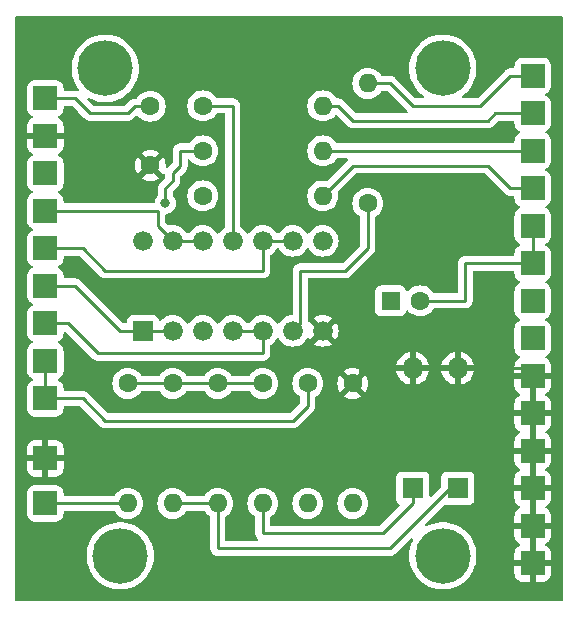
<source format=gbr>
%TF.GenerationSoftware,KiCad,Pcbnew,7.0.8*%
%TF.CreationDate,2023-10-24T07:18:52+02:00*%
%TF.ProjectId,convertisseur-video-atari-2600-secam-kit,636f6e76-6572-4746-9973-736575722d76,rev?*%
%TF.SameCoordinates,Original*%
%TF.FileFunction,Copper,L1,Top*%
%TF.FilePolarity,Positive*%
%FSLAX46Y46*%
G04 Gerber Fmt 4.6, Leading zero omitted, Abs format (unit mm)*
G04 Created by KiCad (PCBNEW 7.0.8) date 2023-10-24 07:18:52*
%MOMM*%
%LPD*%
G01*
G04 APERTURE LIST*
G04 Aperture macros list*
%AMRoundRect*
0 Rectangle with rounded corners*
0 $1 Rounding radius*
0 $2 $3 $4 $5 $6 $7 $8 $9 X,Y pos of 4 corners*
0 Add a 4 corners polygon primitive as box body*
4,1,4,$2,$3,$4,$5,$6,$7,$8,$9,$2,$3,0*
0 Add four circle primitives for the rounded corners*
1,1,$1+$1,$2,$3*
1,1,$1+$1,$4,$5*
1,1,$1+$1,$6,$7*
1,1,$1+$1,$8,$9*
0 Add four rect primitives between the rounded corners*
20,1,$1+$1,$2,$3,$4,$5,0*
20,1,$1+$1,$4,$5,$6,$7,0*
20,1,$1+$1,$6,$7,$8,$9,0*
20,1,$1+$1,$8,$9,$2,$3,0*%
G04 Aperture macros list end*
%TA.AperFunction,ComponentPad*%
%ADD10R,1.600000X1.600000*%
%TD*%
%TA.AperFunction,ComponentPad*%
%ADD11C,1.600000*%
%TD*%
%TA.AperFunction,ComponentPad*%
%ADD12C,4.700000*%
%TD*%
%TA.AperFunction,ComponentPad*%
%ADD13RoundRect,0.250001X-0.799999X-0.799999X0.799999X-0.799999X0.799999X0.799999X-0.799999X0.799999X0*%
%TD*%
%TA.AperFunction,ComponentPad*%
%ADD14O,1.600000X1.600000*%
%TD*%
%TA.AperFunction,ComponentPad*%
%ADD15R,1.676400X1.676400*%
%TD*%
%TA.AperFunction,ComponentPad*%
%ADD16C,1.676400*%
%TD*%
%TA.AperFunction,ComponentPad*%
%ADD17R,1.800000X1.800000*%
%TD*%
%TA.AperFunction,ComponentPad*%
%ADD18O,1.800000X1.800000*%
%TD*%
%TA.AperFunction,ViaPad*%
%ADD19C,0.800000*%
%TD*%
%TA.AperFunction,Conductor*%
%ADD20C,0.250000*%
%TD*%
G04 APERTURE END LIST*
D10*
%TO.P,C2,1*%
%TO.N,Net-(C2-Pad1)*%
X111800000Y-100330000D03*
D11*
%TO.P,C2,2*%
%TO.N,/SCART_audio*%
X114300000Y-100330000D03*
%TD*%
D12*
%TO.P,H1,1*%
%TO.N,N/C*%
X87630000Y-80645000D03*
%TD*%
%TO.P,H3,1*%
%TO.N,N/C*%
X88900000Y-121920000D03*
%TD*%
D13*
%TO.P,P8,1,Pin_1*%
%TO.N,/TIA_audio*%
X82550000Y-105410000D03*
%TD*%
D11*
%TO.P,R9,1*%
%TO.N,+12V*%
X100965000Y-107315000D03*
D14*
%TO.P,R9,2*%
%TO.N,/SCART_comL*%
X100965000Y-117475000D03*
%TD*%
D13*
%TO.P,P1,1,Pin_1*%
%TO.N,+5V*%
X82550000Y-83185000D03*
%TD*%
%TO.P,P15,1,Pin_1*%
%TO.N,/SCART_audio*%
X123825000Y-97155000D03*
%TD*%
%TO.P,P24,1,Pin_1*%
%TO.N,GND*%
X82550000Y-113665000D03*
%TD*%
%TO.P,P3,1,Pin_1*%
%TO.N,GND*%
X82550000Y-86360000D03*
%TD*%
D11*
%TO.P,R8,1*%
%TO.N,+12V*%
X97155000Y-107315000D03*
D14*
%TO.P,R8,2*%
%TO.N,/SCART_blank*%
X97155000Y-117475000D03*
%TD*%
D13*
%TO.P,P17,1,Pin_1*%
%TO.N,GND*%
X123825000Y-106680000D03*
%TD*%
D11*
%TO.P,R6,1*%
%TO.N,GND*%
X108585000Y-107315000D03*
D14*
%TO.P,R6,2*%
%TO.N,Net-(C2-Pad1)*%
X108585000Y-117475000D03*
%TD*%
D11*
%TO.P,R3,1*%
%TO.N,Net-(U1-3Y)*%
X95885000Y-91440000D03*
D14*
%TO.P,R3,2*%
%TO.N,/SCART_R*%
X106045000Y-91440000D03*
%TD*%
D13*
%TO.P,P13,1,Pin_1*%
%TO.N,/SCART_comL*%
X123825000Y-100330000D03*
%TD*%
D12*
%TO.P,H4,1*%
%TO.N,N/C*%
X116205000Y-121920000D03*
%TD*%
D13*
%TO.P,P25,1,Pin_1*%
%TO.N,/TIA_audio*%
X82550000Y-108585000D03*
%TD*%
D15*
%TO.P,U1,1,1A*%
%TO.N,/TIA_lum0*%
X90805000Y-102870000D03*
D16*
%TO.P,U1,2,1B*%
X93345000Y-102870000D03*
%TO.P,U1,3,1Y*%
%TO.N,Net-(U1-1Y)*%
X95885000Y-102870000D03*
%TO.P,U1,4,2A*%
%TO.N,/TIA_lum2*%
X98425000Y-102870000D03*
%TO.P,U1,5,2B*%
X100965000Y-102870000D03*
%TO.P,U1,6,2Y*%
%TO.N,Net-(U1-2Y)*%
X103505000Y-102870000D03*
%TO.P,U1,7,GND*%
%TO.N,GND*%
X106045000Y-102870000D03*
%TO.P,U1,8,3Y*%
%TO.N,Net-(U1-3Y)*%
X106045000Y-95250000D03*
%TO.P,U1,9,3A*%
%TO.N,/TIA_lum1*%
X103505000Y-95250000D03*
%TO.P,U1,10,3B*%
X100965000Y-95250000D03*
%TO.P,U1,11,4Y*%
%TO.N,Net-(U1-4Y)*%
X98425000Y-95250000D03*
%TO.P,U1,12,4A*%
%TO.N,/TIA_synchro*%
X95885000Y-95250000D03*
%TO.P,U1,13,4B*%
X93345000Y-95250000D03*
%TO.P,U1,14,VCC*%
%TO.N,+5V*%
X90805000Y-95250000D03*
%TD*%
D13*
%TO.P,P22,1,Pin_1*%
%TO.N,GND*%
X123825000Y-122555000D03*
%TD*%
D11*
%TO.P,R5,1*%
%TO.N,/TIA_audio*%
X104775000Y-107315000D03*
D14*
%TO.P,R5,2*%
%TO.N,Net-(C2-Pad1)*%
X104775000Y-117475000D03*
%TD*%
D11*
%TO.P,R1,1*%
%TO.N,Net-(U1-1Y)*%
X95885000Y-87630000D03*
D14*
%TO.P,R1,2*%
%TO.N,/SCART_B*%
X106045000Y-87630000D03*
%TD*%
D11*
%TO.P,C1,1*%
%TO.N,GND*%
X91440000Y-88860000D03*
%TO.P,C1,2*%
%TO.N,+5V*%
X91440000Y-83860000D03*
%TD*%
D13*
%TO.P,P5,1,Pin_1*%
%TO.N,/TIA_lum1*%
X82550000Y-95885000D03*
%TD*%
%TO.P,P10,1,Pin_1*%
%TO.N,/SCART_V*%
X123825000Y-81280000D03*
%TD*%
%TO.P,P18,1,Pin_1*%
%TO.N,GND*%
X123825000Y-109855000D03*
%TD*%
%TO.P,P14,1,Pin_1*%
%TO.N,/SCART_blank*%
X123825000Y-103505000D03*
%TD*%
%TO.P,P7,1,Pin_1*%
%TO.N,/TIA_synchro*%
X82550000Y-92710000D03*
%TD*%
%TO.P,P19,1,Pin_1*%
%TO.N,GND*%
X123825000Y-113030000D03*
%TD*%
%TO.P,P16,1,Pin_1*%
%TO.N,/SCART_audio*%
X123825000Y-93980000D03*
%TD*%
%TO.P,P6,1,Pin_1*%
%TO.N,/TIA_lum2*%
X82550000Y-102235000D03*
%TD*%
D17*
%TO.P,D2,1,K*%
%TO.N,/SCART_comL*%
X113665000Y-116205000D03*
D18*
%TO.P,D2,2,A*%
%TO.N,GND*%
X113665000Y-106045000D03*
%TD*%
D11*
%TO.P,R4,1*%
%TO.N,Net-(U1-4Y)*%
X95885000Y-83820000D03*
D14*
%TO.P,R4,2*%
%TO.N,/SCART_SYNC*%
X106045000Y-83820000D03*
%TD*%
D13*
%TO.P,P2,1,Pin_1*%
%TO.N,+12V*%
X82550000Y-89535000D03*
%TD*%
%TO.P,P23,1,Pin_1*%
%TO.N,Net-(P23-Pin_1)*%
X82550000Y-117475000D03*
%TD*%
%TO.P,P4,1,Pin_1*%
%TO.N,/TIA_lum0*%
X82550000Y-99060000D03*
%TD*%
D17*
%TO.P,D1,1,K*%
%TO.N,/SCART_blank*%
X117475000Y-116205000D03*
D18*
%TO.P,D1,2,A*%
%TO.N,GND*%
X117475000Y-106045000D03*
%TD*%
D11*
%TO.P,R2,1*%
%TO.N,Net-(U1-2Y)*%
X109855000Y-92075000D03*
D14*
%TO.P,R2,2*%
%TO.N,/SCART_V*%
X109855000Y-81915000D03*
%TD*%
D13*
%TO.P,P11,1,Pin_1*%
%TO.N,/SCART_B*%
X123825000Y-87630000D03*
%TD*%
%TO.P,P9,1,Pin_1*%
%TO.N,/SCART_R*%
X123825000Y-90805000D03*
%TD*%
%TO.P,P20,1,Pin_1*%
%TO.N,GND*%
X123825000Y-116205000D03*
%TD*%
%TO.P,P21,1,Pin_1*%
%TO.N,GND*%
X123825000Y-119380000D03*
%TD*%
D12*
%TO.P,H2,1*%
%TO.N,N/C*%
X116205000Y-80645000D03*
%TD*%
D13*
%TO.P,P12,1,Pin_1*%
%TO.N,/SCART_SYNC*%
X123825000Y-84455000D03*
%TD*%
D11*
%TO.P,R10,1*%
%TO.N,+12V*%
X89535000Y-107315000D03*
D14*
%TO.P,R10,2*%
%TO.N,Net-(P23-Pin_1)*%
X89535000Y-117475000D03*
%TD*%
D11*
%TO.P,R7,1*%
%TO.N,+12V*%
X93345000Y-107315000D03*
D14*
%TO.P,R7,2*%
%TO.N,/SCART_blank*%
X93345000Y-117475000D03*
%TD*%
D19*
%TO.N,Net-(U1-1Y)*%
X92710000Y-92075000D03*
%TD*%
D20*
%TO.N,GND*%
X123825000Y-116205000D02*
X123825000Y-119380000D01*
X108585000Y-107315000D02*
X109220000Y-106680000D01*
X123825000Y-106680000D02*
X123825000Y-109855000D01*
X88940000Y-86360000D02*
X91440000Y-88860000D01*
X117475000Y-106045000D02*
X123190000Y-106045000D01*
X109220000Y-106045000D02*
X106045000Y-102870000D01*
X123825000Y-109855000D02*
X123825000Y-113030000D01*
X82550000Y-86360000D02*
X88940000Y-86360000D01*
X109220000Y-106680000D02*
X109220000Y-106045000D01*
X123190000Y-106045000D02*
X123825000Y-106680000D01*
X113665000Y-106045000D02*
X109220000Y-106045000D01*
X123825000Y-119380000D02*
X123825000Y-122555000D01*
X113665000Y-106045000D02*
X117475000Y-106045000D01*
X123825000Y-113030000D02*
X123825000Y-116205000D01*
%TO.N,+5V*%
X86360000Y-84455000D02*
X89535000Y-84455000D01*
X90130000Y-83860000D02*
X91440000Y-83860000D01*
X82550000Y-83185000D02*
X85090000Y-83185000D01*
X89535000Y-84455000D02*
X90130000Y-83860000D01*
X85090000Y-83185000D02*
X86360000Y-84455000D01*
%TO.N,/SCART_audio*%
X118110000Y-100330000D02*
X118110000Y-97155000D01*
X114300000Y-100330000D02*
X118110000Y-100330000D01*
X123825000Y-97155000D02*
X123825000Y-93980000D01*
X118110000Y-97155000D02*
X123825000Y-97155000D01*
%TO.N,/SCART_blank*%
X116840000Y-116205000D02*
X111760000Y-121285000D01*
X111760000Y-121285000D02*
X97155000Y-121285000D01*
X117475000Y-116205000D02*
X116840000Y-116205000D01*
X97155000Y-117475000D02*
X93345000Y-117475000D01*
X97155000Y-121285000D02*
X97155000Y-117900000D01*
%TO.N,/SCART_comL*%
X111125000Y-120015000D02*
X100965000Y-120015000D01*
X113665000Y-116205000D02*
X113665000Y-117475000D01*
X100965000Y-120015000D02*
X100965000Y-117475000D01*
X113665000Y-117475000D02*
X111125000Y-120015000D01*
%TO.N,+12V*%
X89535000Y-107315000D02*
X93345000Y-107315000D01*
X97155000Y-107315000D02*
X100965000Y-107315000D01*
X93345000Y-107315000D02*
X97155000Y-107315000D01*
%TO.N,/TIA_lum0*%
X85090000Y-99060000D02*
X82550000Y-99060000D01*
X93345000Y-102870000D02*
X90805000Y-102870000D01*
X88900000Y-102870000D02*
X85090000Y-99060000D01*
X90805000Y-102870000D02*
X88900000Y-102870000D01*
%TO.N,/TIA_lum1*%
X100965000Y-95250000D02*
X103505000Y-95250000D01*
X87630000Y-97790000D02*
X100965000Y-97790000D01*
X82550000Y-95885000D02*
X85725000Y-95885000D01*
X85725000Y-95885000D02*
X87630000Y-97790000D01*
X100965000Y-97790000D02*
X100965000Y-95250000D01*
%TO.N,/TIA_lum2*%
X84455000Y-102235000D02*
X82550000Y-102235000D01*
X100965000Y-104775000D02*
X86995000Y-104775000D01*
X100965000Y-102870000D02*
X98425000Y-102870000D01*
X86995000Y-104775000D02*
X84455000Y-102235000D01*
X100965000Y-102870000D02*
X100965000Y-104775000D01*
%TO.N,/TIA_synchro*%
X92075000Y-93980000D02*
X93345000Y-95250000D01*
X92075000Y-92710000D02*
X92075000Y-93980000D01*
X82550000Y-92710000D02*
X92075000Y-92710000D01*
X93345000Y-95250000D02*
X95885000Y-95250000D01*
%TO.N,/TIA_audio*%
X82550000Y-105410000D02*
X82550000Y-108585000D01*
X85725000Y-108585000D02*
X87630000Y-110490000D01*
X82550000Y-108585000D02*
X85725000Y-108585000D01*
X103505000Y-110490000D02*
X104775000Y-109220000D01*
X87630000Y-110490000D02*
X103505000Y-110490000D01*
X104775000Y-109220000D02*
X104775000Y-107315000D01*
%TO.N,/SCART_R*%
X108585000Y-88900000D02*
X120015000Y-88900000D01*
X120015000Y-88900000D02*
X121920000Y-90805000D01*
X121920000Y-90805000D02*
X123825000Y-90805000D01*
X106045000Y-91440000D02*
X108585000Y-88900000D01*
%TO.N,/SCART_V*%
X119380000Y-83820000D02*
X121920000Y-81280000D01*
X111760000Y-81915000D02*
X113665000Y-83820000D01*
X121920000Y-81280000D02*
X123825000Y-81280000D01*
X113665000Y-83820000D02*
X119380000Y-83820000D01*
X109855000Y-81915000D02*
X111760000Y-81915000D01*
%TO.N,/SCART_B*%
X106045000Y-87630000D02*
X123825000Y-87630000D01*
%TO.N,/SCART_SYNC*%
X107315000Y-83820000D02*
X108585000Y-85090000D01*
X106045000Y-83820000D02*
X107315000Y-83820000D01*
X120015000Y-85090000D02*
X120650000Y-84455000D01*
X108585000Y-85090000D02*
X120015000Y-85090000D01*
X120650000Y-84455000D02*
X123825000Y-84455000D01*
%TO.N,Net-(P23-Pin_1)*%
X82550000Y-117475000D02*
X89535000Y-117475000D01*
%TO.N,Net-(U1-1Y)*%
X92710000Y-90805000D02*
X92710000Y-91350000D01*
X93345000Y-90170000D02*
X92710000Y-90805000D01*
X93980000Y-87630000D02*
X93980000Y-88900000D01*
X95885000Y-87630000D02*
X93980000Y-87630000D01*
X93345000Y-89535000D02*
X93345000Y-90170000D01*
X92710000Y-91350000D02*
X92710000Y-92075000D01*
X93980000Y-88900000D02*
X93345000Y-89535000D01*
%TO.N,Net-(U1-2Y)*%
X109855000Y-95885000D02*
X107950000Y-97790000D01*
X109855000Y-92075000D02*
X109855000Y-95885000D01*
X107950000Y-97790000D02*
X104140000Y-97790000D01*
X104140000Y-97790000D02*
X104140000Y-102235000D01*
X104140000Y-102235000D02*
X103505000Y-102870000D01*
%TO.N,Net-(U1-4Y)*%
X95885000Y-83820000D02*
X98425000Y-83820000D01*
X98425000Y-83820000D02*
X98425000Y-95250000D01*
%TD*%
%TA.AperFunction,Conductor*%
%TO.N,GND*%
G36*
X124075000Y-122063316D02*
G01*
X124046181Y-122045791D01*
X123900596Y-122005000D01*
X123787378Y-122005000D01*
X123675217Y-122020416D01*
X123575000Y-122063946D01*
X123575000Y-119871683D01*
X123603819Y-119889209D01*
X123749404Y-119930000D01*
X123862622Y-119930000D01*
X123974783Y-119914584D01*
X124075000Y-119871053D01*
X124075000Y-122063316D01*
G37*
%TD.AperFunction*%
%TA.AperFunction,Conductor*%
G36*
X124075000Y-118888316D02*
G01*
X124046181Y-118870791D01*
X123900596Y-118830000D01*
X123787378Y-118830000D01*
X123675217Y-118845416D01*
X123575000Y-118888946D01*
X123575000Y-116696683D01*
X123603819Y-116714209D01*
X123749404Y-116755000D01*
X123862622Y-116755000D01*
X123974783Y-116739584D01*
X124075000Y-116696053D01*
X124075000Y-118888316D01*
G37*
%TD.AperFunction*%
%TA.AperFunction,Conductor*%
G36*
X124075000Y-115713316D02*
G01*
X124046181Y-115695791D01*
X123900596Y-115655000D01*
X123787378Y-115655000D01*
X123675217Y-115670416D01*
X123575000Y-115713946D01*
X123575000Y-113521683D01*
X123603819Y-113539209D01*
X123749404Y-113580000D01*
X123862622Y-113580000D01*
X123974783Y-113564584D01*
X124075000Y-113521053D01*
X124075000Y-115713316D01*
G37*
%TD.AperFunction*%
%TA.AperFunction,Conductor*%
G36*
X124075000Y-112538316D02*
G01*
X124046181Y-112520791D01*
X123900596Y-112480000D01*
X123787378Y-112480000D01*
X123675217Y-112495416D01*
X123575000Y-112538946D01*
X123575000Y-110346683D01*
X123603819Y-110364209D01*
X123749404Y-110405000D01*
X123862622Y-110405000D01*
X123974783Y-110389584D01*
X124075000Y-110346053D01*
X124075000Y-112538316D01*
G37*
%TD.AperFunction*%
%TA.AperFunction,Conductor*%
G36*
X124075000Y-109363316D02*
G01*
X124046181Y-109345791D01*
X123900596Y-109305000D01*
X123787378Y-109305000D01*
X123675217Y-109320416D01*
X123575000Y-109363946D01*
X123575000Y-107171683D01*
X123603819Y-107189209D01*
X123749404Y-107230000D01*
X123862622Y-107230000D01*
X123974783Y-107214584D01*
X124075000Y-107171053D01*
X124075000Y-109363316D01*
G37*
%TD.AperFunction*%
%TA.AperFunction,Conductor*%
G36*
X126307539Y-76220185D02*
G01*
X126353294Y-76272989D01*
X126364500Y-76324500D01*
X126364500Y-125605500D01*
X126344815Y-125672539D01*
X126292011Y-125718294D01*
X126240500Y-125729500D01*
X80134500Y-125729500D01*
X80067461Y-125709815D01*
X80021706Y-125657011D01*
X80010500Y-125605500D01*
X80010500Y-121920003D01*
X86044669Y-121920003D01*
X86063976Y-122251484D01*
X86063977Y-122251495D01*
X86121631Y-122578467D01*
X86121634Y-122578481D01*
X86121635Y-122578485D01*
X86142578Y-122648439D01*
X86216866Y-122896580D01*
X86348379Y-123201461D01*
X86348385Y-123201474D01*
X86514406Y-123489031D01*
X86712678Y-123755356D01*
X86712683Y-123755362D01*
X86712690Y-123755371D01*
X86940553Y-123996893D01*
X87069391Y-124105000D01*
X87194912Y-124210325D01*
X87194920Y-124210331D01*
X87472330Y-124392787D01*
X87472334Y-124392789D01*
X87769061Y-124541811D01*
X88081082Y-124655377D01*
X88081088Y-124655378D01*
X88081090Y-124655379D01*
X88404161Y-124731949D01*
X88404168Y-124731950D01*
X88404177Y-124731952D01*
X88733977Y-124770500D01*
X88733984Y-124770500D01*
X89066016Y-124770500D01*
X89066023Y-124770500D01*
X89395823Y-124731952D01*
X89395832Y-124731949D01*
X89395838Y-124731949D01*
X89656445Y-124670183D01*
X89718918Y-124655377D01*
X90030939Y-124541811D01*
X90327666Y-124392789D01*
X90605085Y-124210327D01*
X90859447Y-123996893D01*
X91087310Y-123755371D01*
X91285594Y-123489030D01*
X91451617Y-123201470D01*
X91583133Y-122896581D01*
X91678365Y-122578485D01*
X91736024Y-122251484D01*
X91755331Y-121920000D01*
X91754861Y-121911939D01*
X91750955Y-121844862D01*
X91736024Y-121588516D01*
X91734721Y-121581129D01*
X91678368Y-121261532D01*
X91678367Y-121261531D01*
X91678365Y-121261515D01*
X91583133Y-120943419D01*
X91451617Y-120638530D01*
X91336983Y-120439978D01*
X91285593Y-120350968D01*
X91087321Y-120084643D01*
X91087314Y-120084635D01*
X91087310Y-120084629D01*
X90859447Y-119843107D01*
X90689084Y-119700156D01*
X90605087Y-119629674D01*
X90605079Y-119629668D01*
X90327669Y-119447212D01*
X90030946Y-119298192D01*
X90030940Y-119298189D01*
X89718930Y-119184627D01*
X89718909Y-119184620D01*
X89395838Y-119108050D01*
X89395823Y-119108048D01*
X89066023Y-119069500D01*
X88733977Y-119069500D01*
X88445402Y-119103229D01*
X88404176Y-119108048D01*
X88404161Y-119108050D01*
X88081090Y-119184620D01*
X88081069Y-119184627D01*
X87769059Y-119298189D01*
X87769053Y-119298192D01*
X87472330Y-119447212D01*
X87194920Y-119629668D01*
X87194912Y-119629674D01*
X87040867Y-119758934D01*
X86940553Y-119843107D01*
X86712690Y-120084629D01*
X86712687Y-120084632D01*
X86712685Y-120084635D01*
X86712678Y-120084643D01*
X86514406Y-120350968D01*
X86348385Y-120638525D01*
X86348379Y-120638538D01*
X86216866Y-120943419D01*
X86121634Y-121261518D01*
X86121631Y-121261532D01*
X86063977Y-121588504D01*
X86063976Y-121588515D01*
X86044669Y-121919996D01*
X86044669Y-121920003D01*
X80010500Y-121920003D01*
X80010500Y-118325015D01*
X80999500Y-118325015D01*
X81010000Y-118427795D01*
X81010001Y-118427797D01*
X81025658Y-118475047D01*
X81065186Y-118594335D01*
X81065187Y-118594337D01*
X81157286Y-118743651D01*
X81157289Y-118743655D01*
X81281344Y-118867710D01*
X81281348Y-118867713D01*
X81430662Y-118959812D01*
X81430664Y-118959813D01*
X81430666Y-118959814D01*
X81597203Y-119014999D01*
X81699992Y-119025500D01*
X81699997Y-119025500D01*
X83400003Y-119025500D01*
X83400008Y-119025500D01*
X83502797Y-119014999D01*
X83669334Y-118959814D01*
X83818655Y-118867711D01*
X83942711Y-118743655D01*
X84034814Y-118594334D01*
X84089999Y-118427797D01*
X84100500Y-118325008D01*
X84100500Y-118224500D01*
X84120185Y-118157461D01*
X84172989Y-118111706D01*
X84224500Y-118100500D01*
X88320812Y-118100500D01*
X88387851Y-118120185D01*
X88422387Y-118153377D01*
X88534954Y-118314141D01*
X88695858Y-118475045D01*
X88695861Y-118475047D01*
X88882266Y-118605568D01*
X89088504Y-118701739D01*
X89308308Y-118760635D01*
X89470230Y-118774801D01*
X89534998Y-118780468D01*
X89535000Y-118780468D01*
X89535002Y-118780468D01*
X89591673Y-118775509D01*
X89761692Y-118760635D01*
X89981496Y-118701739D01*
X90187734Y-118605568D01*
X90374139Y-118475047D01*
X90535047Y-118314139D01*
X90665568Y-118127734D01*
X90761739Y-117921496D01*
X90820635Y-117701692D01*
X90840468Y-117475001D01*
X92039532Y-117475001D01*
X92059364Y-117701686D01*
X92059366Y-117701697D01*
X92118258Y-117921488D01*
X92118261Y-117921497D01*
X92214431Y-118127732D01*
X92214432Y-118127734D01*
X92344954Y-118314141D01*
X92505858Y-118475045D01*
X92505861Y-118475047D01*
X92692266Y-118605568D01*
X92898504Y-118701739D01*
X93118308Y-118760635D01*
X93280230Y-118774801D01*
X93344998Y-118780468D01*
X93345000Y-118780468D01*
X93345002Y-118780468D01*
X93401673Y-118775509D01*
X93571692Y-118760635D01*
X93791496Y-118701739D01*
X93997734Y-118605568D01*
X94184139Y-118475047D01*
X94345047Y-118314139D01*
X94457613Y-118153377D01*
X94512189Y-118109752D01*
X94559188Y-118100500D01*
X95940812Y-118100500D01*
X96007851Y-118120185D01*
X96042387Y-118153377D01*
X96154954Y-118314141D01*
X96315858Y-118475045D01*
X96476623Y-118587613D01*
X96520248Y-118642189D01*
X96529500Y-118689188D01*
X96529500Y-121214152D01*
X96527305Y-121237379D01*
X96525773Y-121245412D01*
X96529378Y-121302724D01*
X96529500Y-121306595D01*
X96529500Y-121324356D01*
X96531725Y-121341968D01*
X96532091Y-121345843D01*
X96535696Y-121403138D01*
X96538222Y-121410914D01*
X96543309Y-121433672D01*
X96544334Y-121441784D01*
X96544336Y-121441792D01*
X96565469Y-121495170D01*
X96566788Y-121498833D01*
X96584532Y-121553440D01*
X96588907Y-121560333D01*
X96599503Y-121581129D01*
X96602511Y-121588726D01*
X96602513Y-121588731D01*
X96636265Y-121635187D01*
X96638455Y-121638409D01*
X96669213Y-121686876D01*
X96675164Y-121692464D01*
X96690604Y-121709978D01*
X96695403Y-121716585D01*
X96739647Y-121753187D01*
X96742567Y-121755761D01*
X96784418Y-121795062D01*
X96791578Y-121798998D01*
X96810879Y-121812114D01*
X96817177Y-121817324D01*
X96817178Y-121817324D01*
X96817179Y-121817325D01*
X96869125Y-121841769D01*
X96872597Y-121843538D01*
X96922903Y-121871195D01*
X96922905Y-121871195D01*
X96922908Y-121871197D01*
X96928205Y-121872556D01*
X96930814Y-121873227D01*
X96952777Y-121881133D01*
X96960174Y-121884614D01*
X97016576Y-121895373D01*
X97020362Y-121896219D01*
X97075981Y-121910500D01*
X97084153Y-121910500D01*
X97107385Y-121912696D01*
X97108989Y-121913001D01*
X97115412Y-121914227D01*
X97172724Y-121910621D01*
X97176597Y-121910500D01*
X111677257Y-121910500D01*
X111692877Y-121912224D01*
X111692904Y-121911939D01*
X111700660Y-121912671D01*
X111700667Y-121912673D01*
X111769814Y-121910500D01*
X111799350Y-121910500D01*
X111806228Y-121909630D01*
X111812041Y-121909172D01*
X111858627Y-121907709D01*
X111877869Y-121902117D01*
X111896912Y-121898174D01*
X111916792Y-121895664D01*
X111960122Y-121878507D01*
X111965646Y-121876617D01*
X111969396Y-121875527D01*
X112010390Y-121863618D01*
X112027629Y-121853422D01*
X112045103Y-121844862D01*
X112063727Y-121837488D01*
X112063727Y-121837487D01*
X112063732Y-121837486D01*
X112101449Y-121810082D01*
X112106305Y-121806892D01*
X112146420Y-121783170D01*
X112160589Y-121768999D01*
X112175379Y-121756368D01*
X112191587Y-121744594D01*
X112221299Y-121708676D01*
X112225212Y-121704376D01*
X113482324Y-120447264D01*
X113543645Y-120413781D01*
X113613337Y-120418765D01*
X113669270Y-120460637D01*
X113693687Y-120526101D01*
X113678835Y-120594374D01*
X113677391Y-120596945D01*
X113653387Y-120638522D01*
X113653379Y-120638538D01*
X113521866Y-120943419D01*
X113426634Y-121261518D01*
X113426631Y-121261532D01*
X113368977Y-121588504D01*
X113368976Y-121588515D01*
X113349669Y-121919996D01*
X113349669Y-121920003D01*
X113368976Y-122251484D01*
X113368977Y-122251495D01*
X113426631Y-122578467D01*
X113426634Y-122578481D01*
X113426635Y-122578485D01*
X113447578Y-122648439D01*
X113521866Y-122896580D01*
X113653379Y-123201461D01*
X113653385Y-123201474D01*
X113819406Y-123489031D01*
X114017678Y-123755356D01*
X114017683Y-123755362D01*
X114017690Y-123755371D01*
X114245553Y-123996893D01*
X114374391Y-124105000D01*
X114499912Y-124210325D01*
X114499920Y-124210331D01*
X114777330Y-124392787D01*
X114777334Y-124392789D01*
X115074061Y-124541811D01*
X115386082Y-124655377D01*
X115386088Y-124655378D01*
X115386090Y-124655379D01*
X115709161Y-124731949D01*
X115709168Y-124731950D01*
X115709177Y-124731952D01*
X116038977Y-124770500D01*
X116038984Y-124770500D01*
X116371016Y-124770500D01*
X116371023Y-124770500D01*
X116700823Y-124731952D01*
X116700832Y-124731949D01*
X116700838Y-124731949D01*
X116961445Y-124670183D01*
X117023918Y-124655377D01*
X117335939Y-124541811D01*
X117632666Y-124392789D01*
X117910085Y-124210327D01*
X118164447Y-123996893D01*
X118392310Y-123755371D01*
X118590594Y-123489030D01*
X118756617Y-123201470D01*
X118888133Y-122896581D01*
X118983365Y-122578485D01*
X119041024Y-122251484D01*
X119060331Y-121920000D01*
X119059861Y-121911939D01*
X119055955Y-121844862D01*
X119041024Y-121588516D01*
X119039721Y-121581129D01*
X118983368Y-121261532D01*
X118983367Y-121261531D01*
X118983365Y-121261515D01*
X118888133Y-120943419D01*
X118756617Y-120638530D01*
X118641983Y-120439978D01*
X118590593Y-120350968D01*
X118392321Y-120084643D01*
X118392314Y-120084635D01*
X118392310Y-120084629D01*
X118164447Y-119843107D01*
X117994084Y-119700156D01*
X117910087Y-119629674D01*
X117910079Y-119629668D01*
X117632669Y-119447212D01*
X117335946Y-119298192D01*
X117335940Y-119298189D01*
X117023930Y-119184627D01*
X117023909Y-119184620D01*
X116700838Y-119108050D01*
X116700823Y-119108048D01*
X116371023Y-119069500D01*
X116038977Y-119069500D01*
X115750402Y-119103229D01*
X115709176Y-119108048D01*
X115709161Y-119108050D01*
X115386090Y-119184620D01*
X115386069Y-119184627D01*
X115074063Y-119298187D01*
X114871487Y-119399925D01*
X114802744Y-119412421D01*
X114738157Y-119385768D01*
X114698233Y-119328428D01*
X114695647Y-119258607D01*
X114728152Y-119201436D01*
X116311373Y-117618216D01*
X116372694Y-117584733D01*
X116442383Y-117589716D01*
X116461318Y-117596779D01*
X116463838Y-117597719D01*
X116467517Y-117599091D01*
X116527127Y-117605500D01*
X118422872Y-117605499D01*
X118482483Y-117599091D01*
X118617331Y-117548796D01*
X118732546Y-117462546D01*
X118818796Y-117347331D01*
X118869091Y-117212483D01*
X118875500Y-117152873D01*
X118875499Y-115257128D01*
X118869091Y-115197517D01*
X118818796Y-115062669D01*
X118818795Y-115062668D01*
X118818793Y-115062664D01*
X118732547Y-114947455D01*
X118732544Y-114947452D01*
X118617335Y-114861206D01*
X118617328Y-114861202D01*
X118482482Y-114810908D01*
X118482483Y-114810908D01*
X118422883Y-114804501D01*
X118422881Y-114804500D01*
X118422873Y-114804500D01*
X118422864Y-114804500D01*
X116527129Y-114804500D01*
X116527123Y-114804501D01*
X116467516Y-114810908D01*
X116332671Y-114861202D01*
X116332664Y-114861206D01*
X116217455Y-114947452D01*
X116217452Y-114947455D01*
X116131206Y-115062664D01*
X116131202Y-115062671D01*
X116080908Y-115197517D01*
X116075018Y-115252310D01*
X116074501Y-115257123D01*
X116074500Y-115257135D01*
X116074500Y-116034546D01*
X116054815Y-116101585D01*
X116038181Y-116122227D01*
X115277180Y-116883228D01*
X115215857Y-116916713D01*
X115146165Y-116911729D01*
X115090232Y-116869857D01*
X115065815Y-116804393D01*
X115065499Y-116795547D01*
X115065499Y-115257129D01*
X115065498Y-115257123D01*
X115065497Y-115257116D01*
X115059091Y-115197517D01*
X115008796Y-115062669D01*
X115008795Y-115062668D01*
X115008793Y-115062664D01*
X114922547Y-114947455D01*
X114922544Y-114947452D01*
X114807335Y-114861206D01*
X114807328Y-114861202D01*
X114672482Y-114810908D01*
X114672483Y-114810908D01*
X114612883Y-114804501D01*
X114612881Y-114804500D01*
X114612873Y-114804500D01*
X114612864Y-114804500D01*
X112717129Y-114804500D01*
X112717123Y-114804501D01*
X112657516Y-114810908D01*
X112522671Y-114861202D01*
X112522664Y-114861206D01*
X112407455Y-114947452D01*
X112407452Y-114947455D01*
X112321206Y-115062664D01*
X112321202Y-115062671D01*
X112270908Y-115197517D01*
X112265018Y-115252310D01*
X112264501Y-115257123D01*
X112264500Y-115257135D01*
X112264500Y-117152870D01*
X112264501Y-117152876D01*
X112270908Y-117212483D01*
X112321202Y-117347328D01*
X112321206Y-117347335D01*
X112390358Y-117439709D01*
X112407454Y-117462546D01*
X112513304Y-117541785D01*
X112555175Y-117597719D01*
X112560159Y-117667411D01*
X112526674Y-117728733D01*
X110902228Y-119353181D01*
X110840905Y-119386666D01*
X110814547Y-119389500D01*
X101714500Y-119389500D01*
X101647461Y-119369815D01*
X101601706Y-119317011D01*
X101590500Y-119265500D01*
X101590500Y-118689188D01*
X101610185Y-118622149D01*
X101643377Y-118587613D01*
X101691836Y-118553681D01*
X101804139Y-118475047D01*
X101965047Y-118314139D01*
X102095568Y-118127734D01*
X102191739Y-117921496D01*
X102250635Y-117701692D01*
X102270468Y-117475001D01*
X103469532Y-117475001D01*
X103489364Y-117701686D01*
X103489366Y-117701697D01*
X103548258Y-117921488D01*
X103548261Y-117921497D01*
X103644431Y-118127732D01*
X103644432Y-118127734D01*
X103774954Y-118314141D01*
X103935858Y-118475045D01*
X103935861Y-118475047D01*
X104122266Y-118605568D01*
X104328504Y-118701739D01*
X104548308Y-118760635D01*
X104710230Y-118774801D01*
X104774998Y-118780468D01*
X104775000Y-118780468D01*
X104775002Y-118780468D01*
X104831673Y-118775509D01*
X105001692Y-118760635D01*
X105221496Y-118701739D01*
X105427734Y-118605568D01*
X105614139Y-118475047D01*
X105775047Y-118314139D01*
X105905568Y-118127734D01*
X106001739Y-117921496D01*
X106060635Y-117701692D01*
X106080468Y-117475001D01*
X107279532Y-117475001D01*
X107299364Y-117701686D01*
X107299366Y-117701697D01*
X107358258Y-117921488D01*
X107358261Y-117921497D01*
X107454431Y-118127732D01*
X107454432Y-118127734D01*
X107584954Y-118314141D01*
X107745858Y-118475045D01*
X107745861Y-118475047D01*
X107932266Y-118605568D01*
X108138504Y-118701739D01*
X108358308Y-118760635D01*
X108520230Y-118774801D01*
X108584998Y-118780468D01*
X108585000Y-118780468D01*
X108585002Y-118780468D01*
X108641673Y-118775509D01*
X108811692Y-118760635D01*
X109031496Y-118701739D01*
X109237734Y-118605568D01*
X109424139Y-118475047D01*
X109585047Y-118314139D01*
X109715568Y-118127734D01*
X109811739Y-117921496D01*
X109870635Y-117701692D01*
X109890468Y-117475000D01*
X109889378Y-117462546D01*
X109877268Y-117324123D01*
X109870635Y-117248308D01*
X109811739Y-117028504D01*
X109715568Y-116822266D01*
X109585047Y-116635861D01*
X109585045Y-116635858D01*
X109424141Y-116474954D01*
X109237734Y-116344432D01*
X109237732Y-116344431D01*
X109031497Y-116248261D01*
X109031488Y-116248258D01*
X108811697Y-116189366D01*
X108811693Y-116189365D01*
X108811692Y-116189365D01*
X108811691Y-116189364D01*
X108811686Y-116189364D01*
X108585002Y-116169532D01*
X108584998Y-116169532D01*
X108358313Y-116189364D01*
X108358302Y-116189366D01*
X108138511Y-116248258D01*
X108138502Y-116248261D01*
X107932267Y-116344431D01*
X107932265Y-116344432D01*
X107745858Y-116474954D01*
X107584954Y-116635858D01*
X107454432Y-116822265D01*
X107454431Y-116822267D01*
X107358261Y-117028502D01*
X107358258Y-117028511D01*
X107299366Y-117248302D01*
X107299364Y-117248313D01*
X107279532Y-117474998D01*
X107279532Y-117475001D01*
X106080468Y-117475001D01*
X106080468Y-117475000D01*
X106079378Y-117462546D01*
X106067268Y-117324123D01*
X106060635Y-117248308D01*
X106001739Y-117028504D01*
X105905568Y-116822266D01*
X105775047Y-116635861D01*
X105775045Y-116635858D01*
X105614141Y-116474954D01*
X105427734Y-116344432D01*
X105427732Y-116344431D01*
X105221497Y-116248261D01*
X105221488Y-116248258D01*
X105001697Y-116189366D01*
X105001693Y-116189365D01*
X105001692Y-116189365D01*
X105001691Y-116189364D01*
X105001686Y-116189364D01*
X104775002Y-116169532D01*
X104774998Y-116169532D01*
X104548313Y-116189364D01*
X104548302Y-116189366D01*
X104328511Y-116248258D01*
X104328502Y-116248261D01*
X104122267Y-116344431D01*
X104122265Y-116344432D01*
X103935858Y-116474954D01*
X103774954Y-116635858D01*
X103644432Y-116822265D01*
X103644431Y-116822267D01*
X103548261Y-117028502D01*
X103548258Y-117028511D01*
X103489366Y-117248302D01*
X103489364Y-117248313D01*
X103469532Y-117474998D01*
X103469532Y-117475001D01*
X102270468Y-117475001D01*
X102270468Y-117475000D01*
X102269378Y-117462546D01*
X102257268Y-117324123D01*
X102250635Y-117248308D01*
X102191739Y-117028504D01*
X102095568Y-116822266D01*
X101965047Y-116635861D01*
X101965045Y-116635858D01*
X101804141Y-116474954D01*
X101617734Y-116344432D01*
X101617732Y-116344431D01*
X101411497Y-116248261D01*
X101411488Y-116248258D01*
X101191697Y-116189366D01*
X101191693Y-116189365D01*
X101191692Y-116189365D01*
X101191691Y-116189364D01*
X101191686Y-116189364D01*
X100965002Y-116169532D01*
X100964998Y-116169532D01*
X100738313Y-116189364D01*
X100738302Y-116189366D01*
X100518511Y-116248258D01*
X100518502Y-116248261D01*
X100312267Y-116344431D01*
X100312265Y-116344432D01*
X100125858Y-116474954D01*
X99964954Y-116635858D01*
X99834432Y-116822265D01*
X99834431Y-116822267D01*
X99738261Y-117028502D01*
X99738258Y-117028511D01*
X99679366Y-117248302D01*
X99679364Y-117248313D01*
X99659532Y-117474998D01*
X99659532Y-117475001D01*
X99679364Y-117701686D01*
X99679366Y-117701697D01*
X99738258Y-117921488D01*
X99738261Y-117921497D01*
X99834431Y-118127732D01*
X99834432Y-118127734D01*
X99964954Y-118314141D01*
X100125858Y-118475045D01*
X100286623Y-118587613D01*
X100330248Y-118642189D01*
X100339500Y-118689188D01*
X100339500Y-119944152D01*
X100337305Y-119967379D01*
X100335773Y-119975412D01*
X100339378Y-120032724D01*
X100339500Y-120036595D01*
X100339500Y-120054356D01*
X100341725Y-120071968D01*
X100342091Y-120075843D01*
X100345696Y-120133138D01*
X100348222Y-120140914D01*
X100353309Y-120163672D01*
X100354334Y-120171784D01*
X100354336Y-120171792D01*
X100375469Y-120225170D01*
X100376788Y-120228833D01*
X100394532Y-120283440D01*
X100398907Y-120290333D01*
X100409503Y-120311129D01*
X100412511Y-120318726D01*
X100412513Y-120318731D01*
X100446265Y-120365187D01*
X100448455Y-120368409D01*
X100479213Y-120416876D01*
X100485164Y-120422464D01*
X100500604Y-120439978D01*
X100505403Y-120446584D01*
X100509185Y-120450611D01*
X100540731Y-120512953D01*
X100533564Y-120582454D01*
X100489960Y-120637048D01*
X100423762Y-120659401D01*
X100418798Y-120659500D01*
X97904500Y-120659500D01*
X97837461Y-120639815D01*
X97791706Y-120587011D01*
X97780500Y-120535500D01*
X97780500Y-118689188D01*
X97800185Y-118622149D01*
X97833377Y-118587613D01*
X97881836Y-118553681D01*
X97994139Y-118475047D01*
X98155047Y-118314139D01*
X98285568Y-118127734D01*
X98381739Y-117921496D01*
X98440635Y-117701692D01*
X98460468Y-117475000D01*
X98459378Y-117462546D01*
X98447268Y-117324123D01*
X98440635Y-117248308D01*
X98381739Y-117028504D01*
X98285568Y-116822266D01*
X98155047Y-116635861D01*
X98155045Y-116635858D01*
X97994141Y-116474954D01*
X97807734Y-116344432D01*
X97807732Y-116344431D01*
X97601497Y-116248261D01*
X97601488Y-116248258D01*
X97381697Y-116189366D01*
X97381693Y-116189365D01*
X97381692Y-116189365D01*
X97381691Y-116189364D01*
X97381686Y-116189364D01*
X97155002Y-116169532D01*
X97154998Y-116169532D01*
X96928313Y-116189364D01*
X96928302Y-116189366D01*
X96708511Y-116248258D01*
X96708502Y-116248261D01*
X96502267Y-116344431D01*
X96502265Y-116344432D01*
X96315858Y-116474954D01*
X96154954Y-116635858D01*
X96042387Y-116796623D01*
X95987811Y-116840248D01*
X95940812Y-116849500D01*
X94559188Y-116849500D01*
X94492149Y-116829815D01*
X94457613Y-116796623D01*
X94345045Y-116635858D01*
X94184141Y-116474954D01*
X93997734Y-116344432D01*
X93997732Y-116344431D01*
X93791497Y-116248261D01*
X93791488Y-116248258D01*
X93571697Y-116189366D01*
X93571693Y-116189365D01*
X93571692Y-116189365D01*
X93571691Y-116189364D01*
X93571686Y-116189364D01*
X93345002Y-116169532D01*
X93344998Y-116169532D01*
X93118313Y-116189364D01*
X93118302Y-116189366D01*
X92898511Y-116248258D01*
X92898502Y-116248261D01*
X92692267Y-116344431D01*
X92692265Y-116344432D01*
X92505858Y-116474954D01*
X92344954Y-116635858D01*
X92214432Y-116822265D01*
X92214431Y-116822267D01*
X92118261Y-117028502D01*
X92118258Y-117028511D01*
X92059366Y-117248302D01*
X92059364Y-117248313D01*
X92039532Y-117474998D01*
X92039532Y-117475001D01*
X90840468Y-117475001D01*
X90840468Y-117475000D01*
X90839378Y-117462546D01*
X90827268Y-117324123D01*
X90820635Y-117248308D01*
X90761739Y-117028504D01*
X90665568Y-116822266D01*
X90535047Y-116635861D01*
X90535045Y-116635858D01*
X90374141Y-116474954D01*
X90187734Y-116344432D01*
X90187732Y-116344431D01*
X89981497Y-116248261D01*
X89981488Y-116248258D01*
X89761697Y-116189366D01*
X89761693Y-116189365D01*
X89761692Y-116189365D01*
X89761691Y-116189364D01*
X89761686Y-116189364D01*
X89535002Y-116169532D01*
X89534998Y-116169532D01*
X89308313Y-116189364D01*
X89308302Y-116189366D01*
X89088511Y-116248258D01*
X89088502Y-116248261D01*
X88882267Y-116344431D01*
X88882265Y-116344432D01*
X88695858Y-116474954D01*
X88534954Y-116635858D01*
X88422387Y-116796623D01*
X88367811Y-116840248D01*
X88320812Y-116849500D01*
X84224500Y-116849500D01*
X84157461Y-116829815D01*
X84111706Y-116777011D01*
X84100500Y-116725500D01*
X84100500Y-116624997D01*
X84100499Y-116624984D01*
X84089999Y-116522204D01*
X84089999Y-116522203D01*
X84034814Y-116355666D01*
X84027884Y-116344431D01*
X83942713Y-116206348D01*
X83942710Y-116206344D01*
X83818655Y-116082289D01*
X83818651Y-116082286D01*
X83669337Y-115990187D01*
X83669335Y-115990186D01*
X83563150Y-115955000D01*
X83502797Y-115935001D01*
X83502795Y-115935000D01*
X83400015Y-115924500D01*
X83400008Y-115924500D01*
X81699992Y-115924500D01*
X81699984Y-115924500D01*
X81597204Y-115935000D01*
X81597203Y-115935001D01*
X81430664Y-115990186D01*
X81430662Y-115990187D01*
X81281348Y-116082286D01*
X81281344Y-116082289D01*
X81157289Y-116206344D01*
X81157286Y-116206348D01*
X81065187Y-116355662D01*
X81065186Y-116355664D01*
X81010001Y-116522203D01*
X81010000Y-116522204D01*
X80999500Y-116624984D01*
X80999500Y-118325015D01*
X80010500Y-118325015D01*
X80010500Y-114514985D01*
X81000000Y-114514985D01*
X81010493Y-114617689D01*
X81010494Y-114617696D01*
X81065641Y-114784118D01*
X81065643Y-114784123D01*
X81157684Y-114933344D01*
X81281655Y-115057315D01*
X81430876Y-115149356D01*
X81430881Y-115149358D01*
X81597303Y-115204505D01*
X81597310Y-115204506D01*
X81700014Y-115214999D01*
X81700027Y-115215000D01*
X82300000Y-115215000D01*
X82300000Y-114156683D01*
X82328819Y-114174209D01*
X82474404Y-114215000D01*
X82587622Y-114215000D01*
X82699783Y-114199584D01*
X82800000Y-114156053D01*
X82800000Y-115215000D01*
X83399973Y-115215000D01*
X83399985Y-115214999D01*
X83502689Y-115204506D01*
X83502696Y-115204505D01*
X83669118Y-115149358D01*
X83669123Y-115149356D01*
X83818344Y-115057315D01*
X83942315Y-114933344D01*
X84034356Y-114784123D01*
X84034358Y-114784118D01*
X84089505Y-114617696D01*
X84089506Y-114617689D01*
X84099999Y-114514985D01*
X84100000Y-114514972D01*
X84100000Y-113915000D01*
X83044852Y-113915000D01*
X83093559Y-113777953D01*
X83103877Y-113627114D01*
X83073116Y-113479085D01*
X83039910Y-113415000D01*
X84100000Y-113415000D01*
X84100000Y-112815027D01*
X84099999Y-112815014D01*
X84089506Y-112712310D01*
X84089505Y-112712303D01*
X84034358Y-112545881D01*
X84034356Y-112545876D01*
X83942315Y-112396655D01*
X83818344Y-112272684D01*
X83669123Y-112180643D01*
X83669118Y-112180641D01*
X83502696Y-112125494D01*
X83502689Y-112125493D01*
X83399985Y-112115000D01*
X82800000Y-112115000D01*
X82800000Y-113173316D01*
X82771181Y-113155791D01*
X82625596Y-113115000D01*
X82512378Y-113115000D01*
X82400217Y-113130416D01*
X82300000Y-113173946D01*
X82300000Y-112115000D01*
X81700014Y-112115000D01*
X81597310Y-112125493D01*
X81597303Y-112125494D01*
X81430881Y-112180641D01*
X81430876Y-112180643D01*
X81281655Y-112272684D01*
X81157684Y-112396655D01*
X81065643Y-112545876D01*
X81065641Y-112545881D01*
X81010494Y-112712303D01*
X81010493Y-112712310D01*
X81000000Y-112815014D01*
X81000000Y-113415000D01*
X82055148Y-113415000D01*
X82006441Y-113552047D01*
X81996123Y-113702886D01*
X82026884Y-113850915D01*
X82060090Y-113915000D01*
X81000000Y-113915000D01*
X81000000Y-114514985D01*
X80010500Y-114514985D01*
X80010500Y-109435015D01*
X80999500Y-109435015D01*
X81010000Y-109537795D01*
X81010001Y-109537797D01*
X81016283Y-109556755D01*
X81065186Y-109704335D01*
X81065187Y-109704337D01*
X81157286Y-109853651D01*
X81157289Y-109853655D01*
X81281344Y-109977710D01*
X81281348Y-109977713D01*
X81430662Y-110069812D01*
X81430664Y-110069813D01*
X81430666Y-110069814D01*
X81597203Y-110124999D01*
X81699992Y-110135500D01*
X81699997Y-110135500D01*
X83400003Y-110135500D01*
X83400008Y-110135500D01*
X83502797Y-110124999D01*
X83669334Y-110069814D01*
X83818655Y-109977711D01*
X83942711Y-109853655D01*
X84034814Y-109704334D01*
X84089999Y-109537797D01*
X84100500Y-109435008D01*
X84100500Y-109334500D01*
X84120185Y-109267461D01*
X84172989Y-109221706D01*
X84224500Y-109210500D01*
X85414548Y-109210500D01*
X85481587Y-109230185D01*
X85502229Y-109246819D01*
X87129197Y-110873788D01*
X87139022Y-110886051D01*
X87139243Y-110885869D01*
X87144214Y-110891878D01*
X87165043Y-110911437D01*
X87194635Y-110939226D01*
X87215529Y-110960120D01*
X87221011Y-110964373D01*
X87225443Y-110968157D01*
X87259418Y-111000062D01*
X87276976Y-111009714D01*
X87293233Y-111020393D01*
X87309064Y-111032673D01*
X87328737Y-111041186D01*
X87351833Y-111051182D01*
X87357077Y-111053750D01*
X87397908Y-111076197D01*
X87410523Y-111079435D01*
X87417305Y-111081177D01*
X87435719Y-111087481D01*
X87454104Y-111095438D01*
X87500157Y-111102732D01*
X87505826Y-111103906D01*
X87550981Y-111115500D01*
X87571016Y-111115500D01*
X87590413Y-111117026D01*
X87610196Y-111120160D01*
X87656584Y-111115775D01*
X87662422Y-111115500D01*
X103422257Y-111115500D01*
X103437877Y-111117224D01*
X103437904Y-111116939D01*
X103445660Y-111117671D01*
X103445667Y-111117673D01*
X103514814Y-111115500D01*
X103544350Y-111115500D01*
X103551228Y-111114630D01*
X103557041Y-111114172D01*
X103603627Y-111112709D01*
X103622869Y-111107117D01*
X103641912Y-111103174D01*
X103661792Y-111100664D01*
X103705122Y-111083507D01*
X103710646Y-111081617D01*
X103714396Y-111080527D01*
X103755390Y-111068618D01*
X103772629Y-111058422D01*
X103790103Y-111049862D01*
X103808727Y-111042488D01*
X103808727Y-111042487D01*
X103808732Y-111042486D01*
X103846449Y-111015082D01*
X103851305Y-111011892D01*
X103891420Y-110988170D01*
X103905589Y-110973999D01*
X103920379Y-110961368D01*
X103936587Y-110949594D01*
X103966299Y-110913676D01*
X103970212Y-110909376D01*
X105158787Y-109720802D01*
X105171042Y-109710986D01*
X105170859Y-109710764D01*
X105176866Y-109705792D01*
X105176877Y-109705786D01*
X105211341Y-109669085D01*
X105224227Y-109655364D01*
X105234671Y-109644918D01*
X105245120Y-109634471D01*
X105249379Y-109628978D01*
X105253152Y-109624561D01*
X105285062Y-109590582D01*
X105294713Y-109573024D01*
X105305396Y-109556761D01*
X105317673Y-109540936D01*
X105336185Y-109498153D01*
X105338738Y-109492941D01*
X105361197Y-109452092D01*
X105366180Y-109432680D01*
X105372481Y-109414280D01*
X105380437Y-109395896D01*
X105387729Y-109349852D01*
X105388906Y-109344171D01*
X105400500Y-109299019D01*
X105400500Y-109278983D01*
X105402027Y-109259582D01*
X105405160Y-109239804D01*
X105400775Y-109193415D01*
X105400500Y-109187577D01*
X105400500Y-108529188D01*
X105420185Y-108462149D01*
X105453377Y-108427613D01*
X105531317Y-108373039D01*
X105614139Y-108315047D01*
X105775047Y-108154139D01*
X105905568Y-107967734D01*
X106001739Y-107761496D01*
X106060635Y-107541692D01*
X106080468Y-107315002D01*
X107280034Y-107315002D01*
X107299858Y-107541599D01*
X107299860Y-107541610D01*
X107358730Y-107761317D01*
X107358734Y-107761326D01*
X107454865Y-107967481D01*
X107454866Y-107967483D01*
X107505973Y-108040471D01*
X107505974Y-108040472D01*
X108187046Y-107359399D01*
X108199835Y-107440148D01*
X108257359Y-107553045D01*
X108346955Y-107642641D01*
X108459852Y-107700165D01*
X108540599Y-107712953D01*
X107859526Y-108394025D01*
X107859526Y-108394026D01*
X107932512Y-108445131D01*
X107932516Y-108445133D01*
X108138673Y-108541265D01*
X108138682Y-108541269D01*
X108358389Y-108600139D01*
X108358400Y-108600141D01*
X108584998Y-108619966D01*
X108585002Y-108619966D01*
X108811599Y-108600141D01*
X108811610Y-108600139D01*
X109031317Y-108541269D01*
X109031331Y-108541264D01*
X109237478Y-108445136D01*
X109310472Y-108394025D01*
X108629401Y-107712953D01*
X108710148Y-107700165D01*
X108823045Y-107642641D01*
X108912641Y-107553045D01*
X108970165Y-107440148D01*
X108982953Y-107359400D01*
X109664025Y-108040472D01*
X109715136Y-107967478D01*
X109811264Y-107761331D01*
X109811269Y-107761317D01*
X109870139Y-107541610D01*
X109870141Y-107541599D01*
X109889966Y-107315002D01*
X109889966Y-107314997D01*
X109870141Y-107088400D01*
X109870139Y-107088389D01*
X109811269Y-106868682D01*
X109811265Y-106868673D01*
X109715133Y-106662516D01*
X109715131Y-106662512D01*
X109664026Y-106589526D01*
X109664025Y-106589526D01*
X108982953Y-107270598D01*
X108970165Y-107189852D01*
X108912641Y-107076955D01*
X108823045Y-106987359D01*
X108710148Y-106929835D01*
X108629400Y-106917046D01*
X109251446Y-106295000D01*
X112284117Y-106295000D01*
X112336317Y-106501135D01*
X112429516Y-106713609D01*
X112556414Y-106907842D01*
X112713558Y-107078545D01*
X112713562Y-107078548D01*
X112896644Y-107221047D01*
X112896648Y-107221050D01*
X113100697Y-107331476D01*
X113100706Y-107331479D01*
X113320139Y-107406811D01*
X113414999Y-107422640D01*
X113415000Y-107422639D01*
X113415000Y-106419189D01*
X113467547Y-106455016D01*
X113597173Y-106495000D01*
X113698724Y-106495000D01*
X113799138Y-106479865D01*
X113915000Y-106424068D01*
X113915000Y-107422640D01*
X114009860Y-107406811D01*
X114229293Y-107331479D01*
X114229302Y-107331476D01*
X114433351Y-107221050D01*
X114433355Y-107221047D01*
X114616437Y-107078548D01*
X114616441Y-107078545D01*
X114773585Y-106907842D01*
X114900483Y-106713609D01*
X114993682Y-106501135D01*
X115045883Y-106295000D01*
X116094117Y-106295000D01*
X116146317Y-106501135D01*
X116239516Y-106713609D01*
X116366414Y-106907842D01*
X116523558Y-107078545D01*
X116523562Y-107078548D01*
X116706644Y-107221047D01*
X116706648Y-107221050D01*
X116910697Y-107331476D01*
X116910706Y-107331479D01*
X117130139Y-107406811D01*
X117224999Y-107422640D01*
X117225000Y-107422639D01*
X117225000Y-106419189D01*
X117277547Y-106455016D01*
X117407173Y-106495000D01*
X117508724Y-106495000D01*
X117609138Y-106479865D01*
X117725000Y-106424068D01*
X117725000Y-107422640D01*
X117819860Y-107406811D01*
X118039293Y-107331479D01*
X118039302Y-107331476D01*
X118243351Y-107221050D01*
X118243355Y-107221047D01*
X118426437Y-107078548D01*
X118426441Y-107078545D01*
X118583585Y-106907842D01*
X118710483Y-106713609D01*
X118803682Y-106501135D01*
X118855883Y-106295000D01*
X117850278Y-106295000D01*
X117898625Y-106211260D01*
X117928810Y-106079008D01*
X117918673Y-105943735D01*
X117869113Y-105817459D01*
X117851203Y-105795000D01*
X118855883Y-105795000D01*
X118803682Y-105588864D01*
X118710483Y-105376390D01*
X118583585Y-105182157D01*
X118426441Y-105011454D01*
X118426437Y-105011451D01*
X118243355Y-104868952D01*
X118243351Y-104868949D01*
X118039302Y-104758523D01*
X118039293Y-104758520D01*
X117819861Y-104683188D01*
X117725000Y-104667359D01*
X117725000Y-105670810D01*
X117672453Y-105634984D01*
X117542827Y-105595000D01*
X117441276Y-105595000D01*
X117340862Y-105610135D01*
X117225000Y-105665931D01*
X117225000Y-104667359D01*
X117224999Y-104667359D01*
X117130138Y-104683188D01*
X116910706Y-104758520D01*
X116910697Y-104758523D01*
X116706648Y-104868949D01*
X116706644Y-104868952D01*
X116523562Y-105011451D01*
X116523558Y-105011454D01*
X116366414Y-105182157D01*
X116239516Y-105376390D01*
X116146317Y-105588864D01*
X116094117Y-105795000D01*
X117099722Y-105795000D01*
X117051375Y-105878740D01*
X117021190Y-106010992D01*
X117031327Y-106146265D01*
X117080887Y-106272541D01*
X117098797Y-106295000D01*
X116094117Y-106295000D01*
X115045883Y-106295000D01*
X114040278Y-106295000D01*
X114088625Y-106211260D01*
X114118810Y-106079008D01*
X114108673Y-105943735D01*
X114059113Y-105817459D01*
X114041203Y-105795000D01*
X115045883Y-105795000D01*
X114993682Y-105588864D01*
X114900483Y-105376390D01*
X114773585Y-105182157D01*
X114616441Y-105011454D01*
X114616437Y-105011451D01*
X114433355Y-104868952D01*
X114433351Y-104868949D01*
X114229302Y-104758523D01*
X114229293Y-104758520D01*
X114009861Y-104683188D01*
X113915000Y-104667359D01*
X113915000Y-105670810D01*
X113862453Y-105634984D01*
X113732827Y-105595000D01*
X113631276Y-105595000D01*
X113530862Y-105610135D01*
X113415000Y-105665931D01*
X113415000Y-104667359D01*
X113414999Y-104667359D01*
X113320138Y-104683188D01*
X113100706Y-104758520D01*
X113100697Y-104758523D01*
X112896648Y-104868949D01*
X112896644Y-104868952D01*
X112713562Y-105011451D01*
X112713558Y-105011454D01*
X112556414Y-105182157D01*
X112429516Y-105376390D01*
X112336317Y-105588864D01*
X112284117Y-105795000D01*
X113289722Y-105795000D01*
X113241375Y-105878740D01*
X113211190Y-106010992D01*
X113221327Y-106146265D01*
X113270887Y-106272541D01*
X113288797Y-106295000D01*
X112284117Y-106295000D01*
X109251446Y-106295000D01*
X109310472Y-106235974D01*
X109310471Y-106235973D01*
X109237483Y-106184866D01*
X109237481Y-106184865D01*
X109031326Y-106088734D01*
X109031317Y-106088730D01*
X108811610Y-106029860D01*
X108811599Y-106029858D01*
X108585002Y-106010034D01*
X108584998Y-106010034D01*
X108358400Y-106029858D01*
X108358389Y-106029860D01*
X108138682Y-106088730D01*
X108138673Y-106088734D01*
X107932513Y-106184868D01*
X107859527Y-106235972D01*
X107859526Y-106235973D01*
X108540600Y-106917046D01*
X108459852Y-106929835D01*
X108346955Y-106987359D01*
X108257359Y-107076955D01*
X108199835Y-107189852D01*
X108187046Y-107270599D01*
X107505973Y-106589526D01*
X107505972Y-106589527D01*
X107454868Y-106662513D01*
X107358734Y-106868673D01*
X107358730Y-106868682D01*
X107299860Y-107088389D01*
X107299858Y-107088400D01*
X107280034Y-107314997D01*
X107280034Y-107315002D01*
X106080468Y-107315002D01*
X106080468Y-107315000D01*
X106060635Y-107088308D01*
X106001739Y-106868504D01*
X105905568Y-106662266D01*
X105788448Y-106495000D01*
X105775045Y-106475858D01*
X105614141Y-106314954D01*
X105427734Y-106184432D01*
X105427732Y-106184431D01*
X105221497Y-106088261D01*
X105221488Y-106088258D01*
X105001697Y-106029366D01*
X105001693Y-106029365D01*
X105001692Y-106029365D01*
X105001691Y-106029364D01*
X105001686Y-106029364D01*
X104775002Y-106009532D01*
X104774998Y-106009532D01*
X104548313Y-106029364D01*
X104548302Y-106029366D01*
X104328511Y-106088258D01*
X104328502Y-106088261D01*
X104122267Y-106184431D01*
X104122265Y-106184432D01*
X103935858Y-106314954D01*
X103774954Y-106475858D01*
X103644432Y-106662265D01*
X103644431Y-106662267D01*
X103548261Y-106868502D01*
X103548258Y-106868511D01*
X103489366Y-107088302D01*
X103489364Y-107088313D01*
X103469532Y-107314998D01*
X103469532Y-107315001D01*
X103489364Y-107541686D01*
X103489366Y-107541697D01*
X103548258Y-107761488D01*
X103548261Y-107761497D01*
X103644431Y-107967732D01*
X103644432Y-107967734D01*
X103774954Y-108154141D01*
X103935858Y-108315045D01*
X104096623Y-108427613D01*
X104140248Y-108482189D01*
X104149500Y-108529188D01*
X104149500Y-108909547D01*
X104129815Y-108976586D01*
X104113181Y-108997228D01*
X103282228Y-109828181D01*
X103220905Y-109861666D01*
X103194547Y-109864500D01*
X87940452Y-109864500D01*
X87873413Y-109844815D01*
X87852771Y-109828181D01*
X86225803Y-108201212D01*
X86215980Y-108188950D01*
X86215759Y-108189134D01*
X86210786Y-108183123D01*
X86188251Y-108161961D01*
X86160364Y-108135773D01*
X86149919Y-108125328D01*
X86139475Y-108114883D01*
X86133986Y-108110625D01*
X86129561Y-108106847D01*
X86095582Y-108074938D01*
X86095580Y-108074936D01*
X86095577Y-108074935D01*
X86078029Y-108065288D01*
X86061763Y-108054604D01*
X86045933Y-108042325D01*
X86003168Y-108023818D01*
X85997922Y-108021248D01*
X85957093Y-107998803D01*
X85957092Y-107998802D01*
X85937693Y-107993822D01*
X85919281Y-107987518D01*
X85900898Y-107979562D01*
X85900892Y-107979560D01*
X85854874Y-107972272D01*
X85849152Y-107971087D01*
X85804021Y-107959500D01*
X85804019Y-107959500D01*
X85783984Y-107959500D01*
X85764586Y-107957973D01*
X85757162Y-107956797D01*
X85744805Y-107954840D01*
X85744804Y-107954840D01*
X85698416Y-107959225D01*
X85692578Y-107959500D01*
X84224500Y-107959500D01*
X84157461Y-107939815D01*
X84111706Y-107887011D01*
X84100500Y-107835500D01*
X84100500Y-107734997D01*
X84100499Y-107734984D01*
X84098457Y-107715000D01*
X84089999Y-107632203D01*
X84034814Y-107465666D01*
X84019074Y-107440148D01*
X83942713Y-107316348D01*
X83942710Y-107316344D01*
X83941367Y-107315001D01*
X88229532Y-107315001D01*
X88249364Y-107541686D01*
X88249366Y-107541697D01*
X88308258Y-107761488D01*
X88308261Y-107761497D01*
X88404431Y-107967732D01*
X88404432Y-107967734D01*
X88534954Y-108154141D01*
X88695858Y-108315045D01*
X88695861Y-108315047D01*
X88882266Y-108445568D01*
X89088504Y-108541739D01*
X89308308Y-108600635D01*
X89470230Y-108614801D01*
X89534998Y-108620468D01*
X89535000Y-108620468D01*
X89535002Y-108620468D01*
X89591673Y-108615509D01*
X89761692Y-108600635D01*
X89981496Y-108541739D01*
X90187734Y-108445568D01*
X90374139Y-108315047D01*
X90535047Y-108154139D01*
X90627110Y-108022658D01*
X90647613Y-107993377D01*
X90702189Y-107949752D01*
X90749188Y-107940500D01*
X92130812Y-107940500D01*
X92197851Y-107960185D01*
X92232387Y-107993377D01*
X92344954Y-108154141D01*
X92505858Y-108315045D01*
X92505861Y-108315047D01*
X92692266Y-108445568D01*
X92898504Y-108541739D01*
X93118308Y-108600635D01*
X93280230Y-108614801D01*
X93344998Y-108620468D01*
X93345000Y-108620468D01*
X93345002Y-108620468D01*
X93401673Y-108615509D01*
X93571692Y-108600635D01*
X93791496Y-108541739D01*
X93997734Y-108445568D01*
X94184139Y-108315047D01*
X94345047Y-108154139D01*
X94437110Y-108022658D01*
X94457613Y-107993377D01*
X94512189Y-107949752D01*
X94559188Y-107940500D01*
X95940812Y-107940500D01*
X96007851Y-107960185D01*
X96042387Y-107993377D01*
X96154954Y-108154141D01*
X96315858Y-108315045D01*
X96315861Y-108315047D01*
X96502266Y-108445568D01*
X96708504Y-108541739D01*
X96928308Y-108600635D01*
X97090230Y-108614801D01*
X97154998Y-108620468D01*
X97155000Y-108620468D01*
X97155002Y-108620468D01*
X97211673Y-108615509D01*
X97381692Y-108600635D01*
X97601496Y-108541739D01*
X97807734Y-108445568D01*
X97994139Y-108315047D01*
X98155047Y-108154139D01*
X98247110Y-108022658D01*
X98267613Y-107993377D01*
X98322189Y-107949752D01*
X98369188Y-107940500D01*
X99750812Y-107940500D01*
X99817851Y-107960185D01*
X99852387Y-107993377D01*
X99964954Y-108154141D01*
X100125858Y-108315045D01*
X100125861Y-108315047D01*
X100312266Y-108445568D01*
X100518504Y-108541739D01*
X100738308Y-108600635D01*
X100900230Y-108614801D01*
X100964998Y-108620468D01*
X100965000Y-108620468D01*
X100965002Y-108620468D01*
X101021673Y-108615509D01*
X101191692Y-108600635D01*
X101411496Y-108541739D01*
X101617734Y-108445568D01*
X101804139Y-108315047D01*
X101965047Y-108154139D01*
X102095568Y-107967734D01*
X102191739Y-107761496D01*
X102250635Y-107541692D01*
X102270468Y-107315000D01*
X102250635Y-107088308D01*
X102191739Y-106868504D01*
X102095568Y-106662266D01*
X101978448Y-106495000D01*
X101965045Y-106475858D01*
X101804141Y-106314954D01*
X101617734Y-106184432D01*
X101617732Y-106184431D01*
X101411497Y-106088261D01*
X101411488Y-106088258D01*
X101191697Y-106029366D01*
X101191693Y-106029365D01*
X101191692Y-106029365D01*
X101191691Y-106029364D01*
X101191686Y-106029364D01*
X100965002Y-106009532D01*
X100964998Y-106009532D01*
X100738313Y-106029364D01*
X100738302Y-106029366D01*
X100518511Y-106088258D01*
X100518502Y-106088261D01*
X100312267Y-106184431D01*
X100312265Y-106184432D01*
X100125858Y-106314954D01*
X99964954Y-106475858D01*
X99852387Y-106636623D01*
X99797811Y-106680248D01*
X99750812Y-106689500D01*
X98369188Y-106689500D01*
X98302149Y-106669815D01*
X98267613Y-106636623D01*
X98155045Y-106475858D01*
X97994141Y-106314954D01*
X97807734Y-106184432D01*
X97807732Y-106184431D01*
X97601497Y-106088261D01*
X97601488Y-106088258D01*
X97381697Y-106029366D01*
X97381693Y-106029365D01*
X97381692Y-106029365D01*
X97381691Y-106029364D01*
X97381686Y-106029364D01*
X97155002Y-106009532D01*
X97154998Y-106009532D01*
X96928313Y-106029364D01*
X96928302Y-106029366D01*
X96708511Y-106088258D01*
X96708502Y-106088261D01*
X96502267Y-106184431D01*
X96502265Y-106184432D01*
X96315858Y-106314954D01*
X96154954Y-106475858D01*
X96042387Y-106636623D01*
X95987811Y-106680248D01*
X95940812Y-106689500D01*
X94559188Y-106689500D01*
X94492149Y-106669815D01*
X94457613Y-106636623D01*
X94345045Y-106475858D01*
X94184141Y-106314954D01*
X93997734Y-106184432D01*
X93997732Y-106184431D01*
X93791497Y-106088261D01*
X93791488Y-106088258D01*
X93571697Y-106029366D01*
X93571693Y-106029365D01*
X93571692Y-106029365D01*
X93571691Y-106029364D01*
X93571686Y-106029364D01*
X93345002Y-106009532D01*
X93344998Y-106009532D01*
X93118313Y-106029364D01*
X93118302Y-106029366D01*
X92898511Y-106088258D01*
X92898502Y-106088261D01*
X92692267Y-106184431D01*
X92692265Y-106184432D01*
X92505858Y-106314954D01*
X92344954Y-106475858D01*
X92232387Y-106636623D01*
X92177811Y-106680248D01*
X92130812Y-106689500D01*
X90749188Y-106689500D01*
X90682149Y-106669815D01*
X90647613Y-106636623D01*
X90535045Y-106475858D01*
X90374141Y-106314954D01*
X90187734Y-106184432D01*
X90187732Y-106184431D01*
X89981497Y-106088261D01*
X89981488Y-106088258D01*
X89761697Y-106029366D01*
X89761693Y-106029365D01*
X89761692Y-106029365D01*
X89761691Y-106029364D01*
X89761686Y-106029364D01*
X89535002Y-106009532D01*
X89534998Y-106009532D01*
X89308313Y-106029364D01*
X89308302Y-106029366D01*
X89088511Y-106088258D01*
X89088502Y-106088261D01*
X88882267Y-106184431D01*
X88882265Y-106184432D01*
X88695858Y-106314954D01*
X88534954Y-106475858D01*
X88404432Y-106662265D01*
X88404431Y-106662267D01*
X88308261Y-106868502D01*
X88308258Y-106868511D01*
X88249366Y-107088302D01*
X88249364Y-107088313D01*
X88229532Y-107314998D01*
X88229532Y-107315001D01*
X83941367Y-107315001D01*
X83818655Y-107192289D01*
X83818651Y-107192286D01*
X83673958Y-107103038D01*
X83627233Y-107051090D01*
X83616012Y-106982128D01*
X83643855Y-106918046D01*
X83673958Y-106891962D01*
X83716186Y-106865915D01*
X83818655Y-106802711D01*
X83942711Y-106678655D01*
X84034814Y-106529334D01*
X84089999Y-106362797D01*
X84100500Y-106260008D01*
X84100500Y-104559992D01*
X84089999Y-104457203D01*
X84034814Y-104290666D01*
X83942711Y-104141345D01*
X83818655Y-104017289D01*
X83818651Y-104017286D01*
X83673958Y-103928038D01*
X83627233Y-103876090D01*
X83616012Y-103807128D01*
X83643855Y-103743046D01*
X83673958Y-103716962D01*
X83707163Y-103696480D01*
X83818655Y-103627711D01*
X83942711Y-103503655D01*
X84034814Y-103354334D01*
X84089999Y-103187797D01*
X84100500Y-103085008D01*
X84100500Y-103064452D01*
X84120185Y-102997413D01*
X84172989Y-102951658D01*
X84242147Y-102941714D01*
X84305703Y-102970739D01*
X84312180Y-102976770D01*
X85412420Y-104077011D01*
X86494197Y-105158788D01*
X86504022Y-105171051D01*
X86504243Y-105170869D01*
X86509214Y-105176878D01*
X86532060Y-105198331D01*
X86559635Y-105224226D01*
X86580529Y-105245120D01*
X86586011Y-105249373D01*
X86590443Y-105253157D01*
X86624418Y-105285062D01*
X86641976Y-105294714D01*
X86658235Y-105305395D01*
X86674064Y-105317673D01*
X86716838Y-105336182D01*
X86722056Y-105338738D01*
X86762908Y-105361197D01*
X86782316Y-105366180D01*
X86800717Y-105372480D01*
X86819104Y-105380437D01*
X86858572Y-105386688D01*
X86865119Y-105387725D01*
X86870839Y-105388909D01*
X86915981Y-105400500D01*
X86936016Y-105400500D01*
X86955414Y-105402026D01*
X86975194Y-105405159D01*
X86975195Y-105405160D01*
X86975195Y-105405159D01*
X86975196Y-105405160D01*
X87021584Y-105400775D01*
X87027422Y-105400500D01*
X100894153Y-105400500D01*
X100917385Y-105402696D01*
X100918989Y-105403001D01*
X100925412Y-105404227D01*
X100982724Y-105400621D01*
X100986597Y-105400500D01*
X101004342Y-105400500D01*
X101004350Y-105400500D01*
X101021990Y-105398271D01*
X101025807Y-105397910D01*
X101083138Y-105394304D01*
X101090905Y-105391780D01*
X101113680Y-105386688D01*
X101121792Y-105385664D01*
X101175195Y-105364519D01*
X101178835Y-105363209D01*
X101233441Y-105345467D01*
X101240337Y-105341090D01*
X101261133Y-105330494D01*
X101268732Y-105327486D01*
X101315191Y-105293730D01*
X101318390Y-105291555D01*
X101366877Y-105260786D01*
X101372466Y-105254833D01*
X101389979Y-105239394D01*
X101396587Y-105234594D01*
X101433190Y-105190347D01*
X101435736Y-105187457D01*
X101475062Y-105145582D01*
X101478998Y-105138421D01*
X101492119Y-105119114D01*
X101497324Y-105112823D01*
X101521769Y-105060874D01*
X101523528Y-105057419D01*
X101551197Y-105007092D01*
X101553227Y-104999181D01*
X101561135Y-104977218D01*
X101564614Y-104969826D01*
X101575377Y-104913401D01*
X101576210Y-104909670D01*
X101590500Y-104854019D01*
X101590500Y-104845844D01*
X101592697Y-104822606D01*
X101594227Y-104814588D01*
X101590621Y-104757275D01*
X101590500Y-104753403D01*
X101590500Y-104130821D01*
X101610185Y-104063782D01*
X101643372Y-104029250D01*
X101828787Y-103899421D01*
X101994421Y-103733787D01*
X102128777Y-103541907D01*
X102128777Y-103541905D01*
X102131882Y-103537472D01*
X102133323Y-103538481D01*
X102178172Y-103495712D01*
X102246778Y-103482484D01*
X102311645Y-103508447D01*
X102337294Y-103538048D01*
X102338118Y-103537472D01*
X102341222Y-103541905D01*
X102341223Y-103541907D01*
X102475579Y-103733787D01*
X102641213Y-103899421D01*
X102833093Y-104033777D01*
X103045389Y-104132772D01*
X103045395Y-104132773D01*
X103045396Y-104132774D01*
X103077380Y-104141344D01*
X103271649Y-104193398D01*
X103458329Y-104209730D01*
X103504999Y-104213814D01*
X103505000Y-104213814D01*
X103505001Y-104213814D01*
X103543891Y-104210411D01*
X103738351Y-104193398D01*
X103964611Y-104132772D01*
X104176907Y-104033777D01*
X104368787Y-103899421D01*
X104534421Y-103733787D01*
X104668777Y-103541907D01*
X104668777Y-103541905D01*
X104671882Y-103537472D01*
X104673190Y-103538388D01*
X104718441Y-103495220D01*
X104787044Y-103481979D01*
X104851916Y-103507931D01*
X104877778Y-103537763D01*
X104878553Y-103537221D01*
X104938546Y-103622900D01*
X105511628Y-103049817D01*
X105513514Y-103058890D01*
X105584185Y-103195279D01*
X105689032Y-103307543D01*
X105820280Y-103387357D01*
X105867863Y-103400688D01*
X105292098Y-103976452D01*
X105373346Y-104033343D01*
X105585558Y-104132298D01*
X105585567Y-104132302D01*
X105811731Y-104192902D01*
X105811741Y-104192904D01*
X106044998Y-104213312D01*
X106045002Y-104213312D01*
X106278258Y-104192904D01*
X106278268Y-104192902D01*
X106504432Y-104132302D01*
X106504441Y-104132298D01*
X106716657Y-104033341D01*
X106797899Y-103976452D01*
X106223257Y-103401810D01*
X106338073Y-103351939D01*
X106457231Y-103254997D01*
X106545815Y-103129502D01*
X106575245Y-103046692D01*
X107151452Y-103622899D01*
X107208341Y-103541657D01*
X107307298Y-103329441D01*
X107307302Y-103329432D01*
X107367902Y-103103268D01*
X107367904Y-103103258D01*
X107388312Y-102870001D01*
X107388312Y-102869998D01*
X107367904Y-102636741D01*
X107367902Y-102636731D01*
X107307302Y-102410567D01*
X107307298Y-102410558D01*
X107208343Y-102198346D01*
X107151452Y-102117098D01*
X106578370Y-102690180D01*
X106576486Y-102681110D01*
X106505815Y-102544721D01*
X106400968Y-102432457D01*
X106269720Y-102352643D01*
X106222136Y-102339311D01*
X106797900Y-101763546D01*
X106716655Y-101706657D01*
X106504441Y-101607701D01*
X106504432Y-101607697D01*
X106278268Y-101547097D01*
X106278258Y-101547095D01*
X106045002Y-101526688D01*
X106044998Y-101526688D01*
X105811741Y-101547095D01*
X105811731Y-101547097D01*
X105585567Y-101607697D01*
X105585558Y-101607701D01*
X105373345Y-101706657D01*
X105373343Y-101706658D01*
X105292099Y-101763546D01*
X105292098Y-101763546D01*
X105866742Y-102338189D01*
X105751927Y-102388061D01*
X105632769Y-102485003D01*
X105544185Y-102610498D01*
X105514754Y-102693306D01*
X104938546Y-102117098D01*
X104900307Y-102120444D01*
X104831807Y-102106677D01*
X104781624Y-102058062D01*
X104765500Y-101996916D01*
X104765500Y-98539500D01*
X104785185Y-98472461D01*
X104837989Y-98426706D01*
X104889500Y-98415500D01*
X107867257Y-98415500D01*
X107882877Y-98417224D01*
X107882904Y-98416939D01*
X107890660Y-98417671D01*
X107890667Y-98417673D01*
X107959814Y-98415500D01*
X107989350Y-98415500D01*
X107996228Y-98414630D01*
X108002041Y-98414172D01*
X108048627Y-98412709D01*
X108067869Y-98407117D01*
X108086912Y-98403174D01*
X108106792Y-98400664D01*
X108150122Y-98383507D01*
X108155646Y-98381617D01*
X108162857Y-98379522D01*
X108200390Y-98368618D01*
X108217629Y-98358422D01*
X108235103Y-98349862D01*
X108253727Y-98342488D01*
X108253727Y-98342487D01*
X108253732Y-98342486D01*
X108291449Y-98315082D01*
X108296305Y-98311892D01*
X108336420Y-98288170D01*
X108350589Y-98273999D01*
X108365379Y-98261368D01*
X108381587Y-98249594D01*
X108411299Y-98213676D01*
X108415212Y-98209376D01*
X110238787Y-96385801D01*
X110251042Y-96375986D01*
X110250859Y-96375764D01*
X110256866Y-96370792D01*
X110256877Y-96370786D01*
X110287775Y-96337882D01*
X110304227Y-96320364D01*
X110314671Y-96309918D01*
X110325120Y-96299471D01*
X110329379Y-96293978D01*
X110333152Y-96289561D01*
X110365062Y-96255582D01*
X110374715Y-96238020D01*
X110385389Y-96221770D01*
X110397673Y-96205936D01*
X110416180Y-96163167D01*
X110418749Y-96157924D01*
X110441196Y-96117093D01*
X110441197Y-96117092D01*
X110446177Y-96097691D01*
X110452478Y-96079288D01*
X110460438Y-96060896D01*
X110467730Y-96014849D01*
X110468911Y-96009152D01*
X110480500Y-95964019D01*
X110480500Y-95943983D01*
X110482027Y-95924582D01*
X110482451Y-95921906D01*
X110485160Y-95904804D01*
X110480775Y-95858415D01*
X110480500Y-95852577D01*
X110480500Y-93289188D01*
X110500185Y-93222149D01*
X110533377Y-93187613D01*
X110581836Y-93153681D01*
X110694139Y-93075047D01*
X110855047Y-92914139D01*
X110985568Y-92727734D01*
X111081739Y-92521496D01*
X111140635Y-92301692D01*
X111157634Y-92107384D01*
X111160468Y-92075001D01*
X111160468Y-92074998D01*
X111154801Y-92010230D01*
X111140635Y-91848308D01*
X111081739Y-91628504D01*
X110985568Y-91422266D01*
X110855047Y-91235861D01*
X110855045Y-91235858D01*
X110694141Y-91074954D01*
X110507734Y-90944432D01*
X110507732Y-90944431D01*
X110301497Y-90848261D01*
X110301488Y-90848258D01*
X110081697Y-90789366D01*
X110081693Y-90789365D01*
X110081692Y-90789365D01*
X110081691Y-90789364D01*
X110081686Y-90789364D01*
X109855002Y-90769532D01*
X109854998Y-90769532D01*
X109628313Y-90789364D01*
X109628302Y-90789366D01*
X109408511Y-90848258D01*
X109408502Y-90848261D01*
X109202267Y-90944431D01*
X109202265Y-90944432D01*
X109015858Y-91074954D01*
X108854954Y-91235858D01*
X108724432Y-91422265D01*
X108724431Y-91422267D01*
X108628261Y-91628502D01*
X108628258Y-91628511D01*
X108569366Y-91848302D01*
X108569364Y-91848313D01*
X108549532Y-92074998D01*
X108549532Y-92075001D01*
X108569364Y-92301686D01*
X108569366Y-92301697D01*
X108628258Y-92521488D01*
X108628261Y-92521497D01*
X108724431Y-92727732D01*
X108724432Y-92727734D01*
X108854954Y-92914141D01*
X109015858Y-93075045D01*
X109176623Y-93187613D01*
X109220248Y-93242189D01*
X109229500Y-93289188D01*
X109229500Y-95574547D01*
X109209815Y-95641586D01*
X109193181Y-95662228D01*
X107727228Y-97128181D01*
X107665905Y-97161666D01*
X107639547Y-97164500D01*
X104210847Y-97164500D01*
X104187615Y-97162304D01*
X104179588Y-97160773D01*
X104179586Y-97160773D01*
X104170633Y-97161336D01*
X104122275Y-97164378D01*
X104118403Y-97164500D01*
X104100643Y-97164500D01*
X104083032Y-97166725D01*
X104079164Y-97167090D01*
X104047375Y-97169090D01*
X104021859Y-97170696D01*
X104014085Y-97173222D01*
X103991320Y-97178310D01*
X103983218Y-97179333D01*
X103983205Y-97179337D01*
X103929810Y-97200477D01*
X103926154Y-97201792D01*
X103871559Y-97219533D01*
X103871556Y-97219534D01*
X103864652Y-97223915D01*
X103843880Y-97234499D01*
X103836273Y-97237511D01*
X103836262Y-97237517D01*
X103789814Y-97271263D01*
X103786595Y-97273451D01*
X103738123Y-97304213D01*
X103738120Y-97304216D01*
X103732529Y-97310170D01*
X103715029Y-97325599D01*
X103708413Y-97330405D01*
X103708412Y-97330406D01*
X103671812Y-97374646D01*
X103669238Y-97377565D01*
X103629937Y-97419417D01*
X103629935Y-97419420D01*
X103625994Y-97426589D01*
X103612889Y-97445873D01*
X103607677Y-97452173D01*
X103607674Y-97452178D01*
X103583231Y-97504121D01*
X103581464Y-97507589D01*
X103553804Y-97557903D01*
X103553803Y-97557908D01*
X103551769Y-97565828D01*
X103543870Y-97587768D01*
X103540386Y-97595172D01*
X103540384Y-97595178D01*
X103529629Y-97651561D01*
X103528779Y-97655361D01*
X103514500Y-97710976D01*
X103514500Y-97719152D01*
X103512305Y-97742379D01*
X103510773Y-97750412D01*
X103514378Y-97807724D01*
X103514500Y-97811595D01*
X103514500Y-101411730D01*
X103494815Y-101478769D01*
X103442011Y-101524524D01*
X103401308Y-101535258D01*
X103271653Y-101546601D01*
X103271643Y-101546603D01*
X103045396Y-101607225D01*
X103045389Y-101607227D01*
X103045389Y-101607228D01*
X102833093Y-101706223D01*
X102641213Y-101840579D01*
X102641211Y-101840580D01*
X102641208Y-101840583D01*
X102475583Y-102006208D01*
X102475580Y-102006211D01*
X102475579Y-102006213D01*
X102348613Y-102187539D01*
X102338118Y-102202528D01*
X102336680Y-102201521D01*
X102291810Y-102244297D01*
X102223202Y-102257513D01*
X102158340Y-102231540D01*
X102132702Y-102201953D01*
X102131882Y-102202528D01*
X102124247Y-102191624D01*
X101994421Y-102006213D01*
X101828787Y-101840579D01*
X101636907Y-101706223D01*
X101424611Y-101607228D01*
X101424607Y-101607227D01*
X101424603Y-101607225D01*
X101198356Y-101546603D01*
X101198346Y-101546601D01*
X100965001Y-101526186D01*
X100964999Y-101526186D01*
X100731653Y-101546601D01*
X100731643Y-101546603D01*
X100505396Y-101607225D01*
X100505389Y-101607227D01*
X100505389Y-101607228D01*
X100293093Y-101706223D01*
X100101213Y-101840579D01*
X100101211Y-101840580D01*
X100101208Y-101840583D01*
X99935583Y-102006208D01*
X99935580Y-102006211D01*
X99935579Y-102006213D01*
X99808613Y-102187539D01*
X99805753Y-102191624D01*
X99751176Y-102235249D01*
X99704178Y-102244500D01*
X99685822Y-102244500D01*
X99618783Y-102224815D01*
X99584247Y-102191624D01*
X99581387Y-102187539D01*
X99454421Y-102006213D01*
X99288787Y-101840579D01*
X99096907Y-101706223D01*
X98884611Y-101607228D01*
X98884607Y-101607227D01*
X98884603Y-101607225D01*
X98658356Y-101546603D01*
X98658346Y-101546601D01*
X98425001Y-101526186D01*
X98424999Y-101526186D01*
X98191653Y-101546601D01*
X98191643Y-101546603D01*
X97965396Y-101607225D01*
X97965389Y-101607227D01*
X97965389Y-101607228D01*
X97753093Y-101706223D01*
X97561213Y-101840579D01*
X97561211Y-101840580D01*
X97561208Y-101840583D01*
X97395583Y-102006208D01*
X97395580Y-102006211D01*
X97395579Y-102006213D01*
X97268613Y-102187539D01*
X97258118Y-102202528D01*
X97256680Y-102201521D01*
X97211810Y-102244297D01*
X97143202Y-102257513D01*
X97078340Y-102231540D01*
X97052702Y-102201953D01*
X97051882Y-102202528D01*
X97044247Y-102191624D01*
X96914421Y-102006213D01*
X96748787Y-101840579D01*
X96556907Y-101706223D01*
X96344611Y-101607228D01*
X96344607Y-101607227D01*
X96344603Y-101607225D01*
X96118356Y-101546603D01*
X96118346Y-101546601D01*
X95885001Y-101526186D01*
X95884999Y-101526186D01*
X95651653Y-101546601D01*
X95651643Y-101546603D01*
X95425396Y-101607225D01*
X95425389Y-101607227D01*
X95425389Y-101607228D01*
X95213093Y-101706223D01*
X95021213Y-101840579D01*
X95021211Y-101840580D01*
X95021208Y-101840583D01*
X94855583Y-102006208D01*
X94855580Y-102006211D01*
X94855579Y-102006213D01*
X94728613Y-102187539D01*
X94718118Y-102202528D01*
X94716680Y-102201521D01*
X94671810Y-102244297D01*
X94603202Y-102257513D01*
X94538340Y-102231540D01*
X94512702Y-102201953D01*
X94511882Y-102202528D01*
X94504247Y-102191624D01*
X94374421Y-102006213D01*
X94208787Y-101840579D01*
X94016907Y-101706223D01*
X93804611Y-101607228D01*
X93804607Y-101607227D01*
X93804603Y-101607225D01*
X93578356Y-101546603D01*
X93578346Y-101546601D01*
X93345001Y-101526186D01*
X93344999Y-101526186D01*
X93111653Y-101546601D01*
X93111643Y-101546603D01*
X92885396Y-101607225D01*
X92885389Y-101607227D01*
X92885389Y-101607228D01*
X92673093Y-101706223D01*
X92483540Y-101838950D01*
X92481212Y-101840580D01*
X92344246Y-101977546D01*
X92282923Y-102011030D01*
X92213231Y-102006046D01*
X92157298Y-101964174D01*
X92141755Y-101930931D01*
X92140002Y-101931585D01*
X92086997Y-101789471D01*
X92086993Y-101789464D01*
X92000747Y-101674255D01*
X92000744Y-101674252D01*
X91885535Y-101588006D01*
X91885528Y-101588002D01*
X91750682Y-101537708D01*
X91750683Y-101537708D01*
X91691083Y-101531301D01*
X91691081Y-101531300D01*
X91691073Y-101531300D01*
X91691064Y-101531300D01*
X89918929Y-101531300D01*
X89918923Y-101531301D01*
X89859316Y-101537708D01*
X89724471Y-101588002D01*
X89724464Y-101588006D01*
X89609255Y-101674252D01*
X89609252Y-101674255D01*
X89523006Y-101789464D01*
X89523002Y-101789471D01*
X89472708Y-101924317D01*
X89466301Y-101983916D01*
X89466300Y-101983935D01*
X89466300Y-102120500D01*
X89446615Y-102187539D01*
X89393811Y-102233294D01*
X89342300Y-102244500D01*
X89210452Y-102244500D01*
X89143413Y-102224815D01*
X89122771Y-102208181D01*
X87367303Y-100452713D01*
X85590803Y-98676212D01*
X85580980Y-98663950D01*
X85580759Y-98664134D01*
X85575786Y-98658123D01*
X85553252Y-98636962D01*
X85525364Y-98610773D01*
X85514919Y-98600328D01*
X85504475Y-98589883D01*
X85498986Y-98585625D01*
X85494561Y-98581847D01*
X85460582Y-98549938D01*
X85460580Y-98549936D01*
X85460577Y-98549935D01*
X85443029Y-98540288D01*
X85426763Y-98529604D01*
X85410933Y-98517325D01*
X85368168Y-98498818D01*
X85362922Y-98496248D01*
X85322093Y-98473803D01*
X85322092Y-98473802D01*
X85302693Y-98468822D01*
X85284281Y-98462518D01*
X85265898Y-98454562D01*
X85265892Y-98454560D01*
X85219874Y-98447272D01*
X85214152Y-98446087D01*
X85169021Y-98434500D01*
X85169019Y-98434500D01*
X85148984Y-98434500D01*
X85129586Y-98432973D01*
X85122162Y-98431797D01*
X85109805Y-98429840D01*
X85109804Y-98429840D01*
X85063416Y-98434225D01*
X85057578Y-98434500D01*
X84224500Y-98434500D01*
X84157461Y-98414815D01*
X84111706Y-98362011D01*
X84100500Y-98310500D01*
X84100500Y-98209997D01*
X84100499Y-98209984D01*
X84098035Y-98185869D01*
X84089999Y-98107203D01*
X84034814Y-97940666D01*
X84027266Y-97928429D01*
X83942713Y-97791348D01*
X83942710Y-97791344D01*
X83818655Y-97667289D01*
X83818651Y-97667286D01*
X83673958Y-97578038D01*
X83627233Y-97526090D01*
X83616012Y-97457128D01*
X83643855Y-97393046D01*
X83673958Y-97366962D01*
X83741017Y-97325599D01*
X83818655Y-97277711D01*
X83942711Y-97153655D01*
X84034814Y-97004334D01*
X84089999Y-96837797D01*
X84100500Y-96735008D01*
X84100500Y-96634500D01*
X84120185Y-96567461D01*
X84172989Y-96521706D01*
X84224500Y-96510500D01*
X85414548Y-96510500D01*
X85481587Y-96530185D01*
X85502229Y-96546819D01*
X87129197Y-98173788D01*
X87139022Y-98186051D01*
X87139243Y-98185869D01*
X87144214Y-98191878D01*
X87165043Y-98211437D01*
X87194635Y-98239226D01*
X87215529Y-98260120D01*
X87221011Y-98264373D01*
X87225443Y-98268157D01*
X87259418Y-98300062D01*
X87276976Y-98309714D01*
X87293233Y-98320393D01*
X87309064Y-98332673D01*
X87328737Y-98341186D01*
X87351833Y-98351182D01*
X87357077Y-98353750D01*
X87397908Y-98376197D01*
X87405718Y-98378202D01*
X87417305Y-98381177D01*
X87435719Y-98387481D01*
X87454104Y-98395438D01*
X87500157Y-98402732D01*
X87505826Y-98403906D01*
X87550981Y-98415500D01*
X87571016Y-98415500D01*
X87590413Y-98417026D01*
X87610196Y-98420160D01*
X87656584Y-98415775D01*
X87662422Y-98415500D01*
X100894153Y-98415500D01*
X100917385Y-98417696D01*
X100918989Y-98418001D01*
X100925412Y-98419227D01*
X100982724Y-98415621D01*
X100986597Y-98415500D01*
X101004342Y-98415500D01*
X101004350Y-98415500D01*
X101021990Y-98413271D01*
X101025807Y-98412910D01*
X101083138Y-98409304D01*
X101090905Y-98406780D01*
X101113680Y-98401688D01*
X101121792Y-98400664D01*
X101175195Y-98379519D01*
X101178835Y-98378209D01*
X101233441Y-98360467D01*
X101240337Y-98356090D01*
X101261133Y-98345494D01*
X101268732Y-98342486D01*
X101315191Y-98308730D01*
X101318390Y-98306555D01*
X101366877Y-98275786D01*
X101372466Y-98269833D01*
X101389979Y-98254394D01*
X101396587Y-98249594D01*
X101433190Y-98205347D01*
X101435736Y-98202457D01*
X101475062Y-98160582D01*
X101478998Y-98153421D01*
X101492119Y-98134114D01*
X101497324Y-98127823D01*
X101521769Y-98075874D01*
X101523528Y-98072419D01*
X101551197Y-98022092D01*
X101553227Y-98014181D01*
X101561135Y-97992218D01*
X101564614Y-97984826D01*
X101575377Y-97928401D01*
X101576210Y-97924670D01*
X101590500Y-97869019D01*
X101590500Y-97860844D01*
X101592697Y-97837606D01*
X101592725Y-97837461D01*
X101594227Y-97829588D01*
X101590621Y-97772275D01*
X101590500Y-97768403D01*
X101590500Y-96510821D01*
X101610185Y-96443782D01*
X101643372Y-96409250D01*
X101828787Y-96279421D01*
X101994421Y-96113787D01*
X102124247Y-95928375D01*
X102178824Y-95884751D01*
X102225822Y-95875500D01*
X102244178Y-95875500D01*
X102311217Y-95895185D01*
X102345751Y-95928374D01*
X102475579Y-96113787D01*
X102641213Y-96279421D01*
X102833093Y-96413777D01*
X103045389Y-96512772D01*
X103045395Y-96512773D01*
X103045396Y-96512774D01*
X103099623Y-96527304D01*
X103271649Y-96573398D01*
X103458329Y-96589730D01*
X103504999Y-96593814D01*
X103505000Y-96593814D01*
X103505001Y-96593814D01*
X103543891Y-96590411D01*
X103738351Y-96573398D01*
X103964611Y-96512772D01*
X104176907Y-96413777D01*
X104368787Y-96279421D01*
X104534421Y-96113787D01*
X104668777Y-95921907D01*
X104668777Y-95921905D01*
X104671882Y-95917472D01*
X104673323Y-95918481D01*
X104718172Y-95875712D01*
X104786778Y-95862484D01*
X104851645Y-95888447D01*
X104877294Y-95918048D01*
X104878118Y-95917472D01*
X104881222Y-95921905D01*
X104881223Y-95921907D01*
X105015579Y-96113787D01*
X105181213Y-96279421D01*
X105373093Y-96413777D01*
X105585389Y-96512772D01*
X105585395Y-96512773D01*
X105585396Y-96512774D01*
X105639623Y-96527304D01*
X105811649Y-96573398D01*
X105998329Y-96589730D01*
X106044999Y-96593814D01*
X106045000Y-96593814D01*
X106045001Y-96593814D01*
X106083891Y-96590411D01*
X106278351Y-96573398D01*
X106504611Y-96512772D01*
X106716907Y-96413777D01*
X106908787Y-96279421D01*
X107074421Y-96113787D01*
X107208777Y-95921907D01*
X107307772Y-95709611D01*
X107368398Y-95483351D01*
X107388814Y-95250000D01*
X107368398Y-95016649D01*
X107307772Y-94790389D01*
X107208777Y-94578093D01*
X107074421Y-94386213D01*
X106908787Y-94220579D01*
X106716907Y-94086223D01*
X106504611Y-93987228D01*
X106504607Y-93987227D01*
X106504603Y-93987225D01*
X106278356Y-93926603D01*
X106278346Y-93926601D01*
X106045001Y-93906186D01*
X106044999Y-93906186D01*
X105811653Y-93926601D01*
X105811643Y-93926603D01*
X105585396Y-93987225D01*
X105585389Y-93987227D01*
X105585389Y-93987228D01*
X105373093Y-94086223D01*
X105181213Y-94220579D01*
X105181211Y-94220580D01*
X105181208Y-94220583D01*
X105015583Y-94386208D01*
X104878118Y-94582528D01*
X104876680Y-94581521D01*
X104831810Y-94624297D01*
X104763202Y-94637513D01*
X104698340Y-94611540D01*
X104672702Y-94581953D01*
X104671882Y-94582528D01*
X104664247Y-94571624D01*
X104534421Y-94386213D01*
X104368787Y-94220579D01*
X104176907Y-94086223D01*
X103964611Y-93987228D01*
X103964607Y-93987227D01*
X103964603Y-93987225D01*
X103738356Y-93926603D01*
X103738346Y-93926601D01*
X103505001Y-93906186D01*
X103504999Y-93906186D01*
X103271653Y-93926601D01*
X103271643Y-93926603D01*
X103045396Y-93987225D01*
X103045389Y-93987227D01*
X103045389Y-93987228D01*
X102833093Y-94086223D01*
X102641213Y-94220579D01*
X102641211Y-94220580D01*
X102641208Y-94220583D01*
X102475583Y-94386208D01*
X102345753Y-94571624D01*
X102291176Y-94615249D01*
X102244178Y-94624500D01*
X102225822Y-94624500D01*
X102158783Y-94604815D01*
X102124247Y-94571624D01*
X101994421Y-94386213D01*
X101828787Y-94220579D01*
X101636907Y-94086223D01*
X101424611Y-93987228D01*
X101424607Y-93987227D01*
X101424603Y-93987225D01*
X101198356Y-93926603D01*
X101198346Y-93926601D01*
X100965001Y-93906186D01*
X100964999Y-93906186D01*
X100731653Y-93926601D01*
X100731643Y-93926603D01*
X100505396Y-93987225D01*
X100505389Y-93987227D01*
X100505389Y-93987228D01*
X100293093Y-94086223D01*
X100101213Y-94220579D01*
X100101211Y-94220580D01*
X100101208Y-94220583D01*
X99935583Y-94386208D01*
X99798118Y-94582528D01*
X99796680Y-94581521D01*
X99751810Y-94624297D01*
X99683202Y-94637513D01*
X99618340Y-94611540D01*
X99592702Y-94581953D01*
X99591882Y-94582528D01*
X99584247Y-94571624D01*
X99454421Y-94386213D01*
X99288787Y-94220579D01*
X99103375Y-94090752D01*
X99059751Y-94036176D01*
X99050500Y-93989178D01*
X99050500Y-91440001D01*
X104739532Y-91440001D01*
X104759364Y-91666686D01*
X104759366Y-91666697D01*
X104818258Y-91886488D01*
X104818261Y-91886497D01*
X104914431Y-92092732D01*
X104914432Y-92092734D01*
X105044954Y-92279141D01*
X105205858Y-92440045D01*
X105205861Y-92440047D01*
X105392266Y-92570568D01*
X105598504Y-92666739D01*
X105818308Y-92725635D01*
X105980230Y-92739801D01*
X106044998Y-92745468D01*
X106045000Y-92745468D01*
X106045002Y-92745468D01*
X106101673Y-92740509D01*
X106271692Y-92725635D01*
X106491496Y-92666739D01*
X106697734Y-92570568D01*
X106884139Y-92440047D01*
X107045047Y-92279139D01*
X107175568Y-92092734D01*
X107271739Y-91886496D01*
X107330635Y-91666692D01*
X107350468Y-91440000D01*
X107350044Y-91435159D01*
X107340793Y-91329414D01*
X107330635Y-91213308D01*
X107312318Y-91144948D01*
X107313981Y-91075103D01*
X107344410Y-91025179D01*
X108807772Y-89561819D01*
X108869095Y-89528334D01*
X108895453Y-89525500D01*
X119704548Y-89525500D01*
X119771587Y-89545185D01*
X119792228Y-89561818D01*
X120613098Y-90382689D01*
X121419197Y-91188788D01*
X121429022Y-91201051D01*
X121429243Y-91200869D01*
X121434214Y-91206878D01*
X121453711Y-91225186D01*
X121484635Y-91254226D01*
X121505529Y-91275120D01*
X121511011Y-91279373D01*
X121515443Y-91283157D01*
X121549418Y-91315062D01*
X121566976Y-91324714D01*
X121583233Y-91335393D01*
X121599064Y-91347673D01*
X121618737Y-91356186D01*
X121641833Y-91366182D01*
X121647077Y-91368750D01*
X121687908Y-91391197D01*
X121700523Y-91394435D01*
X121707305Y-91396177D01*
X121725719Y-91402481D01*
X121744104Y-91410438D01*
X121790157Y-91417732D01*
X121795826Y-91418906D01*
X121840981Y-91430500D01*
X121861016Y-91430500D01*
X121880413Y-91432026D01*
X121900196Y-91435160D01*
X121946584Y-91430775D01*
X121952422Y-91430500D01*
X122150500Y-91430500D01*
X122217539Y-91450185D01*
X122263294Y-91502989D01*
X122274500Y-91554500D01*
X122274500Y-91655015D01*
X122285000Y-91757795D01*
X122285001Y-91757796D01*
X122340186Y-91924335D01*
X122340187Y-91924337D01*
X122432286Y-92073651D01*
X122432289Y-92073655D01*
X122556344Y-92197710D01*
X122556348Y-92197713D01*
X122701041Y-92286962D01*
X122747766Y-92338910D01*
X122758987Y-92407873D01*
X122731144Y-92471954D01*
X122701041Y-92498038D01*
X122556348Y-92587286D01*
X122556344Y-92587289D01*
X122432289Y-92711344D01*
X122432286Y-92711348D01*
X122340187Y-92860662D01*
X122340186Y-92860664D01*
X122285001Y-93027203D01*
X122285000Y-93027204D01*
X122274500Y-93129984D01*
X122274500Y-94830015D01*
X122285000Y-94932795D01*
X122285001Y-94932796D01*
X122340186Y-95099335D01*
X122340187Y-95099337D01*
X122432286Y-95248651D01*
X122432289Y-95248655D01*
X122556344Y-95372710D01*
X122556348Y-95372713D01*
X122701041Y-95461962D01*
X122747766Y-95513910D01*
X122758987Y-95582873D01*
X122731144Y-95646954D01*
X122701041Y-95673038D01*
X122556348Y-95762286D01*
X122556344Y-95762289D01*
X122432289Y-95886344D01*
X122432286Y-95886348D01*
X122340187Y-96035662D01*
X122340186Y-96035664D01*
X122285001Y-96202203D01*
X122285000Y-96202204D01*
X122274500Y-96304984D01*
X122274500Y-96405500D01*
X122254815Y-96472539D01*
X122202011Y-96518294D01*
X122150500Y-96529500D01*
X118180847Y-96529500D01*
X118157615Y-96527304D01*
X118149588Y-96525773D01*
X118149586Y-96525773D01*
X118140633Y-96526336D01*
X118092275Y-96529378D01*
X118088403Y-96529500D01*
X118070643Y-96529500D01*
X118053032Y-96531725D01*
X118049164Y-96532090D01*
X118017375Y-96534090D01*
X117991859Y-96535696D01*
X117984085Y-96538222D01*
X117961320Y-96543310D01*
X117953218Y-96544333D01*
X117953205Y-96544337D01*
X117899810Y-96565477D01*
X117896154Y-96566792D01*
X117841559Y-96584533D01*
X117841556Y-96584534D01*
X117834652Y-96588915D01*
X117813880Y-96599499D01*
X117806273Y-96602511D01*
X117806262Y-96602517D01*
X117759814Y-96636263D01*
X117756595Y-96638451D01*
X117708123Y-96669213D01*
X117708120Y-96669216D01*
X117702529Y-96675170D01*
X117685029Y-96690599D01*
X117678413Y-96695405D01*
X117678412Y-96695406D01*
X117641812Y-96739646D01*
X117639238Y-96742565D01*
X117599937Y-96784417D01*
X117599935Y-96784420D01*
X117595994Y-96791589D01*
X117582889Y-96810873D01*
X117577677Y-96817173D01*
X117577674Y-96817178D01*
X117553231Y-96869121D01*
X117551464Y-96872589D01*
X117523804Y-96922903D01*
X117523803Y-96922908D01*
X117521769Y-96930828D01*
X117513870Y-96952768D01*
X117510386Y-96960172D01*
X117510384Y-96960178D01*
X117499629Y-97016561D01*
X117498779Y-97020361D01*
X117484500Y-97075976D01*
X117484500Y-97084152D01*
X117482305Y-97107379D01*
X117480773Y-97115412D01*
X117484378Y-97172724D01*
X117484500Y-97176595D01*
X117484500Y-99580500D01*
X117464815Y-99647539D01*
X117412011Y-99693294D01*
X117360500Y-99704500D01*
X115514188Y-99704500D01*
X115447149Y-99684815D01*
X115412613Y-99651623D01*
X115300045Y-99490858D01*
X115139141Y-99329954D01*
X114952734Y-99199432D01*
X114952732Y-99199431D01*
X114746497Y-99103261D01*
X114746488Y-99103258D01*
X114526697Y-99044366D01*
X114526693Y-99044365D01*
X114526692Y-99044365D01*
X114526691Y-99044364D01*
X114526686Y-99044364D01*
X114300002Y-99024532D01*
X114299998Y-99024532D01*
X114073313Y-99044364D01*
X114073302Y-99044366D01*
X113853511Y-99103258D01*
X113853502Y-99103261D01*
X113647267Y-99199431D01*
X113647265Y-99199432D01*
X113460862Y-99329951D01*
X113303726Y-99487087D01*
X113242403Y-99520571D01*
X113172711Y-99515587D01*
X113116778Y-99473715D01*
X113095369Y-99427923D01*
X113094091Y-99422518D01*
X113043797Y-99287671D01*
X113043793Y-99287664D01*
X112957547Y-99172455D01*
X112957544Y-99172452D01*
X112842335Y-99086206D01*
X112842328Y-99086202D01*
X112707482Y-99035908D01*
X112707483Y-99035908D01*
X112647883Y-99029501D01*
X112647881Y-99029500D01*
X112647873Y-99029500D01*
X112647864Y-99029500D01*
X110952129Y-99029500D01*
X110952123Y-99029501D01*
X110892516Y-99035908D01*
X110757671Y-99086202D01*
X110757664Y-99086206D01*
X110642455Y-99172452D01*
X110642452Y-99172455D01*
X110556206Y-99287664D01*
X110556202Y-99287671D01*
X110505908Y-99422517D01*
X110499501Y-99482116D01*
X110499500Y-99482135D01*
X110499500Y-101177870D01*
X110499501Y-101177876D01*
X110505908Y-101237483D01*
X110556202Y-101372328D01*
X110556206Y-101372335D01*
X110642452Y-101487544D01*
X110642455Y-101487547D01*
X110757664Y-101573793D01*
X110757671Y-101573797D01*
X110892517Y-101624091D01*
X110892516Y-101624091D01*
X110899444Y-101624835D01*
X110952127Y-101630500D01*
X112647872Y-101630499D01*
X112707483Y-101624091D01*
X112842331Y-101573796D01*
X112957546Y-101487546D01*
X113043796Y-101372331D01*
X113094091Y-101237483D01*
X113094092Y-101237472D01*
X113095365Y-101232088D01*
X113129933Y-101171369D01*
X113191841Y-101138978D01*
X113261433Y-101145199D01*
X113303725Y-101172912D01*
X113460858Y-101330045D01*
X113460861Y-101330047D01*
X113647266Y-101460568D01*
X113853504Y-101556739D01*
X114073308Y-101615635D01*
X114232471Y-101629560D01*
X114299998Y-101635468D01*
X114300000Y-101635468D01*
X114300002Y-101635468D01*
X114356807Y-101630498D01*
X114526692Y-101615635D01*
X114746496Y-101556739D01*
X114952734Y-101460568D01*
X115139139Y-101330047D01*
X115300047Y-101169139D01*
X115412613Y-101008377D01*
X115467189Y-100964752D01*
X115514188Y-100955500D01*
X118039153Y-100955500D01*
X118062385Y-100957696D01*
X118063989Y-100958001D01*
X118070412Y-100959227D01*
X118127724Y-100955621D01*
X118131597Y-100955500D01*
X118149342Y-100955500D01*
X118149350Y-100955500D01*
X118166990Y-100953271D01*
X118170807Y-100952910D01*
X118228138Y-100949304D01*
X118235905Y-100946780D01*
X118258680Y-100941688D01*
X118266792Y-100940664D01*
X118320195Y-100919519D01*
X118323835Y-100918209D01*
X118378441Y-100900467D01*
X118385337Y-100896090D01*
X118406133Y-100885494D01*
X118413732Y-100882486D01*
X118460191Y-100848730D01*
X118463390Y-100846555D01*
X118511877Y-100815786D01*
X118517466Y-100809833D01*
X118534979Y-100794394D01*
X118541587Y-100789594D01*
X118578190Y-100745347D01*
X118580736Y-100742457D01*
X118620062Y-100700582D01*
X118623998Y-100693421D01*
X118637119Y-100674114D01*
X118642324Y-100667823D01*
X118644653Y-100662873D01*
X118666769Y-100615874D01*
X118668528Y-100612419D01*
X118696197Y-100562092D01*
X118698227Y-100554181D01*
X118706135Y-100532218D01*
X118709614Y-100524826D01*
X118720377Y-100468401D01*
X118721210Y-100464670D01*
X118735500Y-100409019D01*
X118735500Y-100400844D01*
X118737697Y-100377606D01*
X118739227Y-100369588D01*
X118735621Y-100312275D01*
X118735500Y-100308403D01*
X118735500Y-97904500D01*
X118755185Y-97837461D01*
X118807989Y-97791706D01*
X118859500Y-97780500D01*
X122150500Y-97780500D01*
X122217539Y-97800185D01*
X122263294Y-97852989D01*
X122274500Y-97904500D01*
X122274500Y-98005015D01*
X122285000Y-98107795D01*
X122285001Y-98107797D01*
X122296715Y-98143147D01*
X122340186Y-98274335D01*
X122340187Y-98274337D01*
X122432286Y-98423651D01*
X122432289Y-98423655D01*
X122556344Y-98547710D01*
X122556348Y-98547713D01*
X122701041Y-98636962D01*
X122747766Y-98688910D01*
X122758987Y-98757873D01*
X122731144Y-98821954D01*
X122701041Y-98848038D01*
X122556348Y-98937286D01*
X122556344Y-98937289D01*
X122432289Y-99061344D01*
X122432286Y-99061348D01*
X122340187Y-99210662D01*
X122340186Y-99210664D01*
X122285001Y-99377203D01*
X122285000Y-99377204D01*
X122274500Y-99479984D01*
X122274500Y-101180015D01*
X122285000Y-101282795D01*
X122285001Y-101282797D01*
X122300658Y-101330047D01*
X122340186Y-101449335D01*
X122340187Y-101449337D01*
X122432286Y-101598651D01*
X122432289Y-101598655D01*
X122556344Y-101722710D01*
X122556348Y-101722713D01*
X122701041Y-101811962D01*
X122747766Y-101863910D01*
X122758987Y-101932873D01*
X122731144Y-101996954D01*
X122701041Y-102023038D01*
X122556348Y-102112286D01*
X122556344Y-102112289D01*
X122432289Y-102236344D01*
X122432286Y-102236348D01*
X122340187Y-102385662D01*
X122340186Y-102385664D01*
X122285001Y-102552203D01*
X122285000Y-102552204D01*
X122274500Y-102654984D01*
X122274500Y-104355015D01*
X122285000Y-104457795D01*
X122285001Y-104457796D01*
X122340186Y-104624335D01*
X122340187Y-104624337D01*
X122432286Y-104773651D01*
X122432289Y-104773655D01*
X122556344Y-104897710D01*
X122556348Y-104897713D01*
X122701517Y-104987255D01*
X122748242Y-105039203D01*
X122759463Y-105108165D01*
X122731620Y-105172247D01*
X122701517Y-105198331D01*
X122556660Y-105287680D01*
X122556656Y-105287683D01*
X122432684Y-105411655D01*
X122340643Y-105560876D01*
X122340641Y-105560881D01*
X122285494Y-105727303D01*
X122285493Y-105727310D01*
X122275000Y-105830014D01*
X122275000Y-106430000D01*
X123330148Y-106430000D01*
X123281441Y-106567047D01*
X123271123Y-106717886D01*
X123301884Y-106865915D01*
X123335090Y-106930000D01*
X122275000Y-106930000D01*
X122275000Y-107529985D01*
X122285493Y-107632689D01*
X122285494Y-107632696D01*
X122340641Y-107799118D01*
X122340643Y-107799123D01*
X122432684Y-107948344D01*
X122556655Y-108072315D01*
X122701993Y-108161961D01*
X122748718Y-108213909D01*
X122759939Y-108282872D01*
X122732096Y-108346954D01*
X122701993Y-108373039D01*
X122556655Y-108462684D01*
X122432684Y-108586655D01*
X122340643Y-108735876D01*
X122340641Y-108735881D01*
X122285494Y-108902303D01*
X122285493Y-108902310D01*
X122275000Y-109005014D01*
X122275000Y-109605000D01*
X123330148Y-109605000D01*
X123281441Y-109742047D01*
X123271123Y-109892886D01*
X123301884Y-110040915D01*
X123335090Y-110105000D01*
X122275000Y-110105000D01*
X122275000Y-110704985D01*
X122285493Y-110807689D01*
X122285494Y-110807696D01*
X122340641Y-110974118D01*
X122340643Y-110974123D01*
X122432684Y-111123344D01*
X122556655Y-111247315D01*
X122701993Y-111336961D01*
X122748718Y-111388909D01*
X122759939Y-111457872D01*
X122732096Y-111521954D01*
X122701993Y-111548039D01*
X122556655Y-111637684D01*
X122432684Y-111761655D01*
X122340643Y-111910876D01*
X122340641Y-111910881D01*
X122285494Y-112077303D01*
X122285493Y-112077310D01*
X122275000Y-112180014D01*
X122275000Y-112780000D01*
X123330148Y-112780000D01*
X123281441Y-112917047D01*
X123271123Y-113067886D01*
X123301884Y-113215915D01*
X123335090Y-113280000D01*
X122275000Y-113280000D01*
X122275000Y-113879985D01*
X122285493Y-113982689D01*
X122285494Y-113982696D01*
X122340641Y-114149118D01*
X122340643Y-114149123D01*
X122432684Y-114298344D01*
X122556655Y-114422315D01*
X122701993Y-114511961D01*
X122748718Y-114563909D01*
X122759939Y-114632872D01*
X122732096Y-114696954D01*
X122701993Y-114723039D01*
X122556655Y-114812684D01*
X122432684Y-114936655D01*
X122340643Y-115085876D01*
X122340641Y-115085881D01*
X122285494Y-115252303D01*
X122285493Y-115252310D01*
X122275000Y-115355014D01*
X122275000Y-115955000D01*
X123330148Y-115955000D01*
X123281441Y-116092047D01*
X123271123Y-116242886D01*
X123301884Y-116390915D01*
X123335090Y-116455000D01*
X122275000Y-116455000D01*
X122275000Y-117054985D01*
X122285493Y-117157689D01*
X122285494Y-117157696D01*
X122340641Y-117324118D01*
X122340643Y-117324123D01*
X122432684Y-117473344D01*
X122556655Y-117597315D01*
X122701993Y-117686961D01*
X122748718Y-117738909D01*
X122759939Y-117807872D01*
X122732096Y-117871954D01*
X122701993Y-117898039D01*
X122556655Y-117987684D01*
X122432684Y-118111655D01*
X122340643Y-118260876D01*
X122340641Y-118260881D01*
X122285494Y-118427303D01*
X122285493Y-118427310D01*
X122275000Y-118530014D01*
X122275000Y-119130000D01*
X123330148Y-119130000D01*
X123281441Y-119267047D01*
X123271123Y-119417886D01*
X123301884Y-119565915D01*
X123335090Y-119630000D01*
X122275000Y-119630000D01*
X122275000Y-120229985D01*
X122285493Y-120332689D01*
X122285494Y-120332696D01*
X122340641Y-120499118D01*
X122340643Y-120499123D01*
X122432684Y-120648344D01*
X122556655Y-120772315D01*
X122701993Y-120861961D01*
X122748718Y-120913909D01*
X122759939Y-120982872D01*
X122732096Y-121046954D01*
X122701993Y-121073039D01*
X122556655Y-121162684D01*
X122432684Y-121286655D01*
X122340643Y-121435876D01*
X122340641Y-121435881D01*
X122285494Y-121602303D01*
X122285493Y-121602310D01*
X122275000Y-121705014D01*
X122275000Y-122305000D01*
X123330148Y-122305000D01*
X123281441Y-122442047D01*
X123271123Y-122592886D01*
X123301884Y-122740915D01*
X123335090Y-122805000D01*
X122275000Y-122805000D01*
X122275000Y-123404985D01*
X122285493Y-123507689D01*
X122285494Y-123507696D01*
X122340641Y-123674118D01*
X122340643Y-123674123D01*
X122432684Y-123823344D01*
X122556655Y-123947315D01*
X122705876Y-124039356D01*
X122705881Y-124039358D01*
X122872303Y-124094505D01*
X122872310Y-124094506D01*
X122975014Y-124104999D01*
X122975027Y-124105000D01*
X123575000Y-124105000D01*
X123575000Y-123046683D01*
X123603819Y-123064209D01*
X123749404Y-123105000D01*
X123862622Y-123105000D01*
X123974783Y-123089584D01*
X124075000Y-123046053D01*
X124075000Y-124105000D01*
X124674973Y-124105000D01*
X124674985Y-124104999D01*
X124777689Y-124094506D01*
X124777696Y-124094505D01*
X124944118Y-124039358D01*
X124944123Y-124039356D01*
X125093344Y-123947315D01*
X125217315Y-123823344D01*
X125309356Y-123674123D01*
X125309358Y-123674118D01*
X125364505Y-123507696D01*
X125364506Y-123507689D01*
X125374999Y-123404985D01*
X125375000Y-123404972D01*
X125375000Y-122805000D01*
X124319852Y-122805000D01*
X124368559Y-122667953D01*
X124378877Y-122517114D01*
X124348116Y-122369085D01*
X124314910Y-122305000D01*
X125375000Y-122305000D01*
X125375000Y-121705027D01*
X125374999Y-121705014D01*
X125364506Y-121602310D01*
X125364505Y-121602303D01*
X125309358Y-121435881D01*
X125309356Y-121435876D01*
X125217315Y-121286655D01*
X125093344Y-121162684D01*
X124948006Y-121073039D01*
X124901282Y-121021091D01*
X124890059Y-120952128D01*
X124917903Y-120888046D01*
X124948006Y-120861961D01*
X125093344Y-120772315D01*
X125217315Y-120648344D01*
X125309356Y-120499123D01*
X125309358Y-120499118D01*
X125364505Y-120332696D01*
X125364506Y-120332689D01*
X125374999Y-120229985D01*
X125375000Y-120229972D01*
X125375000Y-119630000D01*
X124319852Y-119630000D01*
X124368559Y-119492953D01*
X124378877Y-119342114D01*
X124348116Y-119194085D01*
X124314910Y-119130000D01*
X125375000Y-119130000D01*
X125375000Y-118530027D01*
X125374999Y-118530014D01*
X125364506Y-118427310D01*
X125364505Y-118427303D01*
X125309358Y-118260881D01*
X125309356Y-118260876D01*
X125217315Y-118111655D01*
X125093344Y-117987684D01*
X124948006Y-117898039D01*
X124901282Y-117846091D01*
X124890059Y-117777128D01*
X124917903Y-117713046D01*
X124948006Y-117686961D01*
X125093344Y-117597315D01*
X125217315Y-117473344D01*
X125309356Y-117324123D01*
X125309358Y-117324118D01*
X125364505Y-117157696D01*
X125364506Y-117157689D01*
X125374999Y-117054985D01*
X125375000Y-117054972D01*
X125375000Y-116455000D01*
X124319852Y-116455000D01*
X124368559Y-116317953D01*
X124378877Y-116167114D01*
X124348116Y-116019085D01*
X124314910Y-115955000D01*
X125375000Y-115955000D01*
X125375000Y-115355027D01*
X125374999Y-115355014D01*
X125364506Y-115252310D01*
X125364505Y-115252303D01*
X125309358Y-115085881D01*
X125309356Y-115085876D01*
X125217315Y-114936655D01*
X125093344Y-114812684D01*
X124948006Y-114723039D01*
X124901282Y-114671091D01*
X124890059Y-114602128D01*
X124917903Y-114538046D01*
X124948006Y-114511961D01*
X125093344Y-114422315D01*
X125217315Y-114298344D01*
X125309356Y-114149123D01*
X125309358Y-114149118D01*
X125364505Y-113982696D01*
X125364506Y-113982689D01*
X125374999Y-113879985D01*
X125375000Y-113879972D01*
X125375000Y-113280000D01*
X124319852Y-113280000D01*
X124368559Y-113142953D01*
X124378877Y-112992114D01*
X124348116Y-112844085D01*
X124314910Y-112780000D01*
X125375000Y-112780000D01*
X125375000Y-112180027D01*
X125374999Y-112180014D01*
X125364506Y-112077310D01*
X125364505Y-112077303D01*
X125309358Y-111910881D01*
X125309356Y-111910876D01*
X125217315Y-111761655D01*
X125093344Y-111637684D01*
X124948006Y-111548039D01*
X124901282Y-111496091D01*
X124890059Y-111427128D01*
X124917903Y-111363046D01*
X124948006Y-111336961D01*
X125093344Y-111247315D01*
X125217315Y-111123344D01*
X125309356Y-110974123D01*
X125309358Y-110974118D01*
X125364505Y-110807696D01*
X125364506Y-110807689D01*
X125374999Y-110704985D01*
X125375000Y-110704972D01*
X125375000Y-110105000D01*
X124319852Y-110105000D01*
X124368559Y-109967953D01*
X124378877Y-109817114D01*
X124348116Y-109669085D01*
X124314910Y-109605000D01*
X125375000Y-109605000D01*
X125375000Y-109005027D01*
X125374999Y-109005014D01*
X125364506Y-108902310D01*
X125364505Y-108902303D01*
X125309358Y-108735881D01*
X125309356Y-108735876D01*
X125217315Y-108586655D01*
X125093344Y-108462684D01*
X124948006Y-108373039D01*
X124901282Y-108321091D01*
X124890059Y-108252128D01*
X124917903Y-108188046D01*
X124948006Y-108161961D01*
X125093344Y-108072315D01*
X125217315Y-107948344D01*
X125309356Y-107799123D01*
X125309358Y-107799118D01*
X125364505Y-107632696D01*
X125364506Y-107632689D01*
X125374999Y-107529985D01*
X125375000Y-107529972D01*
X125375000Y-106930000D01*
X124319852Y-106930000D01*
X124368559Y-106792953D01*
X124378877Y-106642114D01*
X124348116Y-106494085D01*
X124314910Y-106430000D01*
X125375000Y-106430000D01*
X125375000Y-105830027D01*
X125374999Y-105830014D01*
X125364506Y-105727310D01*
X125364505Y-105727303D01*
X125309358Y-105560881D01*
X125309356Y-105560876D01*
X125217315Y-105411655D01*
X125093344Y-105287684D01*
X124948482Y-105198332D01*
X124901757Y-105146384D01*
X124890536Y-105077421D01*
X124918379Y-105013339D01*
X124948476Y-104987259D01*
X125093655Y-104897711D01*
X125217711Y-104773655D01*
X125309814Y-104624334D01*
X125364999Y-104457797D01*
X125375500Y-104355008D01*
X125375500Y-102654992D01*
X125364999Y-102552203D01*
X125309814Y-102385666D01*
X125303090Y-102374765D01*
X125217713Y-102236348D01*
X125217710Y-102236344D01*
X125093655Y-102112289D01*
X125093651Y-102112286D01*
X124948958Y-102023038D01*
X124902233Y-101971090D01*
X124891012Y-101902128D01*
X124918855Y-101838046D01*
X124948958Y-101811962D01*
X125025289Y-101764880D01*
X125093655Y-101722711D01*
X125217711Y-101598655D01*
X125309814Y-101449334D01*
X125364999Y-101282797D01*
X125375500Y-101180008D01*
X125375500Y-99479992D01*
X125364999Y-99377203D01*
X125309814Y-99210666D01*
X125302884Y-99199431D01*
X125217713Y-99061348D01*
X125217710Y-99061344D01*
X125093655Y-98937289D01*
X125093651Y-98937286D01*
X124948958Y-98848038D01*
X124902233Y-98796090D01*
X124891012Y-98727128D01*
X124918855Y-98663046D01*
X124948958Y-98636962D01*
X125032187Y-98585625D01*
X125093655Y-98547711D01*
X125217711Y-98423655D01*
X125309814Y-98274334D01*
X125364999Y-98107797D01*
X125375500Y-98005008D01*
X125375500Y-96304992D01*
X125364999Y-96202203D01*
X125309814Y-96035666D01*
X125296991Y-96014877D01*
X125217713Y-95886348D01*
X125217710Y-95886344D01*
X125093655Y-95762289D01*
X125093651Y-95762286D01*
X124948958Y-95673038D01*
X124902233Y-95621090D01*
X124891012Y-95552128D01*
X124918855Y-95488046D01*
X124948958Y-95461962D01*
X125032187Y-95410625D01*
X125093655Y-95372711D01*
X125217711Y-95248655D01*
X125309814Y-95099334D01*
X125364999Y-94932797D01*
X125375500Y-94830008D01*
X125375500Y-93129992D01*
X125364999Y-93027203D01*
X125309814Y-92860666D01*
X125238758Y-92745468D01*
X125217713Y-92711348D01*
X125217710Y-92711344D01*
X125093655Y-92587289D01*
X125093651Y-92587286D01*
X124948958Y-92498038D01*
X124902233Y-92446090D01*
X124891012Y-92377128D01*
X124918855Y-92313046D01*
X124948958Y-92286962D01*
X124987391Y-92263256D01*
X125093655Y-92197711D01*
X125217711Y-92073655D01*
X125309814Y-91924334D01*
X125364999Y-91757797D01*
X125375500Y-91655008D01*
X125375500Y-89954992D01*
X125364999Y-89852203D01*
X125309814Y-89685666D01*
X125295373Y-89662254D01*
X125217713Y-89536348D01*
X125217710Y-89536344D01*
X125093655Y-89412289D01*
X125093651Y-89412286D01*
X124948958Y-89323038D01*
X124902233Y-89271090D01*
X124891012Y-89202128D01*
X124918855Y-89138046D01*
X124948958Y-89111962D01*
X125020573Y-89067789D01*
X125093655Y-89022711D01*
X125217711Y-88898655D01*
X125309814Y-88749334D01*
X125364999Y-88582797D01*
X125375500Y-88480008D01*
X125375500Y-86779992D01*
X125364999Y-86677203D01*
X125309814Y-86510666D01*
X125302884Y-86499431D01*
X125217713Y-86361348D01*
X125217710Y-86361344D01*
X125093655Y-86237289D01*
X125093651Y-86237286D01*
X124948958Y-86148038D01*
X124902233Y-86096090D01*
X124891012Y-86027128D01*
X124918855Y-85963046D01*
X124948958Y-85936962D01*
X125032145Y-85885651D01*
X125093655Y-85847711D01*
X125217711Y-85723655D01*
X125309814Y-85574334D01*
X125364999Y-85407797D01*
X125375500Y-85305008D01*
X125375500Y-83604992D01*
X125364999Y-83502203D01*
X125309814Y-83335666D01*
X125293943Y-83309936D01*
X125217713Y-83186348D01*
X125217710Y-83186344D01*
X125093655Y-83062289D01*
X125093651Y-83062286D01*
X124948958Y-82973038D01*
X124902233Y-82921090D01*
X124891012Y-82852128D01*
X124918855Y-82788046D01*
X124948958Y-82761962D01*
X125025289Y-82714880D01*
X125093655Y-82672711D01*
X125217711Y-82548655D01*
X125309814Y-82399334D01*
X125364999Y-82232797D01*
X125375500Y-82130008D01*
X125375500Y-80429992D01*
X125364999Y-80327203D01*
X125309814Y-80160666D01*
X125217711Y-80011345D01*
X125093655Y-79887289D01*
X125093651Y-79887286D01*
X124944337Y-79795187D01*
X124944335Y-79795186D01*
X124861065Y-79767593D01*
X124777797Y-79740001D01*
X124777795Y-79740000D01*
X124675015Y-79729500D01*
X124675008Y-79729500D01*
X122974992Y-79729500D01*
X122974984Y-79729500D01*
X122872204Y-79740000D01*
X122872203Y-79740001D01*
X122705664Y-79795186D01*
X122705662Y-79795187D01*
X122556348Y-79887286D01*
X122556344Y-79887289D01*
X122432289Y-80011344D01*
X122432286Y-80011348D01*
X122340187Y-80160662D01*
X122340186Y-80160664D01*
X122285001Y-80327203D01*
X122285000Y-80327204D01*
X122274500Y-80429984D01*
X122274500Y-80530500D01*
X122254815Y-80597539D01*
X122202011Y-80643294D01*
X122150500Y-80654500D01*
X122002737Y-80654500D01*
X121987120Y-80652776D01*
X121987093Y-80653062D01*
X121979331Y-80652327D01*
X121910203Y-80654500D01*
X121880650Y-80654500D01*
X121879929Y-80654590D01*
X121873757Y-80655369D01*
X121867945Y-80655826D01*
X121821372Y-80657290D01*
X121821369Y-80657291D01*
X121802126Y-80662881D01*
X121783083Y-80666825D01*
X121763204Y-80669336D01*
X121763203Y-80669337D01*
X121719878Y-80686490D01*
X121714352Y-80688382D01*
X121669608Y-80701383D01*
X121669604Y-80701385D01*
X121652365Y-80711580D01*
X121634898Y-80720137D01*
X121616269Y-80727512D01*
X121616267Y-80727513D01*
X121578564Y-80754906D01*
X121573682Y-80758112D01*
X121533580Y-80781828D01*
X121519408Y-80796000D01*
X121504623Y-80808628D01*
X121488412Y-80820407D01*
X121458709Y-80856310D01*
X121454776Y-80860631D01*
X120293638Y-82021771D01*
X119157228Y-83158181D01*
X119095905Y-83191666D01*
X119069547Y-83194500D01*
X117930221Y-83194500D01*
X117863182Y-83174815D01*
X117817427Y-83122011D01*
X117807483Y-83052853D01*
X117836508Y-82989297D01*
X117862082Y-82966899D01*
X117892407Y-82946954D01*
X117910085Y-82935327D01*
X118164447Y-82721893D01*
X118392310Y-82480371D01*
X118590594Y-82214030D01*
X118756617Y-81926470D01*
X118888133Y-81621581D01*
X118983365Y-81303485D01*
X119041024Y-80976484D01*
X119059615Y-80657290D01*
X119060331Y-80645003D01*
X119060331Y-80644996D01*
X119047808Y-80429992D01*
X119041024Y-80313516D01*
X119014072Y-80160666D01*
X118983368Y-79986532D01*
X118983367Y-79986531D01*
X118983365Y-79986515D01*
X118888133Y-79668419D01*
X118756617Y-79363530D01*
X118590594Y-79075970D01*
X118590593Y-79075968D01*
X118392321Y-78809643D01*
X118392314Y-78809635D01*
X118392310Y-78809629D01*
X118164447Y-78568107D01*
X118002153Y-78431926D01*
X117910087Y-78354674D01*
X117910079Y-78354668D01*
X117632669Y-78172212D01*
X117335946Y-78023192D01*
X117335940Y-78023189D01*
X117023930Y-77909627D01*
X117023909Y-77909620D01*
X116700838Y-77833050D01*
X116700823Y-77833048D01*
X116371023Y-77794500D01*
X116038977Y-77794500D01*
X115750402Y-77828229D01*
X115709176Y-77833048D01*
X115709161Y-77833050D01*
X115386090Y-77909620D01*
X115386069Y-77909627D01*
X115074059Y-78023189D01*
X115074053Y-78023192D01*
X114777330Y-78172212D01*
X114499920Y-78354668D01*
X114499912Y-78354674D01*
X114293936Y-78527508D01*
X114245553Y-78568107D01*
X114017690Y-78809629D01*
X114017687Y-78809632D01*
X114017685Y-78809635D01*
X114017678Y-78809643D01*
X113819406Y-79075968D01*
X113653385Y-79363525D01*
X113653379Y-79363538D01*
X113521866Y-79668419D01*
X113426634Y-79986518D01*
X113426631Y-79986532D01*
X113368977Y-80313504D01*
X113368976Y-80313515D01*
X113349669Y-80644996D01*
X113349669Y-80645003D01*
X113368976Y-80976484D01*
X113368977Y-80976495D01*
X113426631Y-81303467D01*
X113426634Y-81303481D01*
X113426635Y-81303485D01*
X113441704Y-81353818D01*
X113521866Y-81621580D01*
X113653379Y-81926461D01*
X113653385Y-81926474D01*
X113819406Y-82214031D01*
X114017678Y-82480356D01*
X114017683Y-82480362D01*
X114017690Y-82480371D01*
X114245553Y-82721893D01*
X114328544Y-82791530D01*
X114499910Y-82935324D01*
X114547918Y-82966899D01*
X114593112Y-83020184D01*
X114602323Y-83089444D01*
X114572628Y-83152689D01*
X114513454Y-83189840D01*
X114479779Y-83194500D01*
X113975452Y-83194500D01*
X113908413Y-83174815D01*
X113887771Y-83158181D01*
X112260803Y-81531212D01*
X112250980Y-81518950D01*
X112250759Y-81519134D01*
X112245786Y-81513123D01*
X112195364Y-81465773D01*
X112184919Y-81455328D01*
X112174475Y-81444883D01*
X112168986Y-81440625D01*
X112164561Y-81436847D01*
X112130582Y-81404938D01*
X112130580Y-81404936D01*
X112130577Y-81404935D01*
X112113029Y-81395288D01*
X112096763Y-81384604D01*
X112080933Y-81372325D01*
X112038168Y-81353818D01*
X112032922Y-81351248D01*
X111992093Y-81328803D01*
X111992092Y-81328802D01*
X111972693Y-81323822D01*
X111954281Y-81317518D01*
X111935898Y-81309562D01*
X111935892Y-81309560D01*
X111889874Y-81302272D01*
X111884152Y-81301087D01*
X111839021Y-81289500D01*
X111839019Y-81289500D01*
X111818984Y-81289500D01*
X111799586Y-81287973D01*
X111792162Y-81286797D01*
X111779805Y-81284840D01*
X111779804Y-81284840D01*
X111733416Y-81289225D01*
X111727578Y-81289500D01*
X111069188Y-81289500D01*
X111002149Y-81269815D01*
X110967613Y-81236623D01*
X110855045Y-81075858D01*
X110694141Y-80914954D01*
X110507734Y-80784432D01*
X110507732Y-80784431D01*
X110301497Y-80688261D01*
X110301488Y-80688258D01*
X110081697Y-80629366D01*
X110081693Y-80629365D01*
X110081692Y-80629365D01*
X110081691Y-80629364D01*
X110081686Y-80629364D01*
X109855002Y-80609532D01*
X109854998Y-80609532D01*
X109628313Y-80629364D01*
X109628302Y-80629366D01*
X109408511Y-80688258D01*
X109408502Y-80688261D01*
X109202267Y-80784431D01*
X109202265Y-80784432D01*
X109015858Y-80914954D01*
X108854954Y-81075858D01*
X108724432Y-81262265D01*
X108724431Y-81262267D01*
X108628261Y-81468502D01*
X108628258Y-81468511D01*
X108569366Y-81688302D01*
X108569364Y-81688313D01*
X108549532Y-81914998D01*
X108549532Y-81915001D01*
X108569364Y-82141686D01*
X108569366Y-82141697D01*
X108628258Y-82361488D01*
X108628261Y-82361497D01*
X108724431Y-82567732D01*
X108724432Y-82567734D01*
X108854954Y-82754141D01*
X109015858Y-82915045D01*
X109015861Y-82915047D01*
X109202266Y-83045568D01*
X109408504Y-83141739D01*
X109628308Y-83200635D01*
X109787471Y-83214560D01*
X109854998Y-83220468D01*
X109855000Y-83220468D01*
X109855002Y-83220468D01*
X109911673Y-83215509D01*
X110081692Y-83200635D01*
X110301496Y-83141739D01*
X110507734Y-83045568D01*
X110694139Y-82915047D01*
X110855047Y-82754139D01*
X110947110Y-82622658D01*
X110967613Y-82593377D01*
X111022189Y-82549752D01*
X111069188Y-82540500D01*
X111449548Y-82540500D01*
X111516587Y-82560185D01*
X111537228Y-82576818D01*
X112355430Y-83395021D01*
X113164197Y-84203788D01*
X113174022Y-84216051D01*
X113174243Y-84215869D01*
X113179210Y-84221874D01*
X113209276Y-84250107D01*
X113244671Y-84310348D01*
X113241879Y-84380162D01*
X113201786Y-84437383D01*
X113137121Y-84463845D01*
X113124393Y-84464500D01*
X108895453Y-84464500D01*
X108828414Y-84444815D01*
X108807772Y-84428181D01*
X107815803Y-83436212D01*
X107805980Y-83423950D01*
X107805759Y-83424134D01*
X107800786Y-83418123D01*
X107794834Y-83412534D01*
X107750364Y-83370773D01*
X107739919Y-83360328D01*
X107729475Y-83349883D01*
X107723986Y-83345625D01*
X107719561Y-83341847D01*
X107685582Y-83309938D01*
X107685580Y-83309936D01*
X107685577Y-83309935D01*
X107668029Y-83300288D01*
X107651763Y-83289604D01*
X107635936Y-83277327D01*
X107635935Y-83277326D01*
X107635933Y-83277325D01*
X107593168Y-83258818D01*
X107587922Y-83256248D01*
X107547093Y-83233803D01*
X107547092Y-83233802D01*
X107527693Y-83228822D01*
X107509281Y-83222518D01*
X107490898Y-83214562D01*
X107490892Y-83214560D01*
X107444874Y-83207272D01*
X107439152Y-83206087D01*
X107394021Y-83194500D01*
X107394019Y-83194500D01*
X107373984Y-83194500D01*
X107354586Y-83192973D01*
X107340695Y-83190773D01*
X107334805Y-83189840D01*
X107334804Y-83189840D01*
X107288416Y-83194225D01*
X107282578Y-83194500D01*
X107259188Y-83194500D01*
X107192149Y-83174815D01*
X107157613Y-83141623D01*
X107045045Y-82980858D01*
X106884141Y-82819954D01*
X106697734Y-82689432D01*
X106697732Y-82689431D01*
X106491497Y-82593261D01*
X106491488Y-82593258D01*
X106271697Y-82534366D01*
X106271693Y-82534365D01*
X106271692Y-82534365D01*
X106271691Y-82534364D01*
X106271686Y-82534364D01*
X106045002Y-82514532D01*
X106044998Y-82514532D01*
X105818313Y-82534364D01*
X105818302Y-82534366D01*
X105598511Y-82593258D01*
X105598502Y-82593261D01*
X105392267Y-82689431D01*
X105392265Y-82689432D01*
X105205858Y-82819954D01*
X105044954Y-82980858D01*
X104914432Y-83167265D01*
X104914431Y-83167267D01*
X104818261Y-83373502D01*
X104818258Y-83373511D01*
X104759366Y-83593302D01*
X104759364Y-83593313D01*
X104739532Y-83819998D01*
X104739532Y-83820001D01*
X104759364Y-84046686D01*
X104759366Y-84046697D01*
X104818258Y-84266488D01*
X104818261Y-84266497D01*
X104914431Y-84472732D01*
X104914432Y-84472734D01*
X105044954Y-84659141D01*
X105205858Y-84820045D01*
X105205861Y-84820047D01*
X105392266Y-84950568D01*
X105598504Y-85046739D01*
X105598509Y-85046740D01*
X105598511Y-85046741D01*
X105649622Y-85060436D01*
X105818308Y-85105635D01*
X105980230Y-85119801D01*
X106044998Y-85125468D01*
X106045000Y-85125468D01*
X106045002Y-85125468D01*
X106101673Y-85120509D01*
X106271692Y-85105635D01*
X106491496Y-85046739D01*
X106697734Y-84950568D01*
X106884139Y-84820047D01*
X107045047Y-84659139D01*
X107052741Y-84648149D01*
X107107315Y-84604524D01*
X107176813Y-84597327D01*
X107239169Y-84628847D01*
X107241995Y-84631585D01*
X107670845Y-85060436D01*
X108084197Y-85473788D01*
X108094022Y-85486051D01*
X108094243Y-85485869D01*
X108099214Y-85491878D01*
X108120043Y-85511437D01*
X108149635Y-85539226D01*
X108170529Y-85560120D01*
X108176011Y-85564373D01*
X108180443Y-85568157D01*
X108214418Y-85600062D01*
X108231976Y-85609714D01*
X108248235Y-85620395D01*
X108264064Y-85632673D01*
X108306838Y-85651182D01*
X108312056Y-85653738D01*
X108352908Y-85676197D01*
X108372316Y-85681180D01*
X108390717Y-85687480D01*
X108409104Y-85695437D01*
X108452488Y-85702308D01*
X108455119Y-85702725D01*
X108460839Y-85703909D01*
X108505981Y-85715500D01*
X108526016Y-85715500D01*
X108545414Y-85717026D01*
X108565194Y-85720159D01*
X108565195Y-85720160D01*
X108565195Y-85720159D01*
X108565196Y-85720160D01*
X108611584Y-85715775D01*
X108617422Y-85715500D01*
X119932257Y-85715500D01*
X119947877Y-85717224D01*
X119947904Y-85716939D01*
X119955660Y-85717671D01*
X119955667Y-85717673D01*
X120024814Y-85715500D01*
X120054350Y-85715500D01*
X120061228Y-85714630D01*
X120067041Y-85714172D01*
X120113627Y-85712709D01*
X120132869Y-85707117D01*
X120151912Y-85703174D01*
X120171792Y-85700664D01*
X120215122Y-85683507D01*
X120220646Y-85681617D01*
X120224396Y-85680527D01*
X120265390Y-85668618D01*
X120282629Y-85658422D01*
X120300103Y-85649862D01*
X120318727Y-85642488D01*
X120318727Y-85642487D01*
X120318732Y-85642486D01*
X120356449Y-85615082D01*
X120361305Y-85611892D01*
X120401420Y-85588170D01*
X120415589Y-85573999D01*
X120430379Y-85561368D01*
X120446587Y-85549594D01*
X120476299Y-85513676D01*
X120480212Y-85509376D01*
X120872771Y-85116819D01*
X120934094Y-85083334D01*
X120960452Y-85080500D01*
X122150500Y-85080500D01*
X122217539Y-85100185D01*
X122263294Y-85152989D01*
X122274500Y-85204500D01*
X122274500Y-85305015D01*
X122285000Y-85407795D01*
X122285001Y-85407796D01*
X122340186Y-85574335D01*
X122340187Y-85574337D01*
X122432286Y-85723651D01*
X122432289Y-85723655D01*
X122556344Y-85847710D01*
X122556348Y-85847713D01*
X122701041Y-85936962D01*
X122747766Y-85988910D01*
X122758987Y-86057873D01*
X122731144Y-86121954D01*
X122701041Y-86148038D01*
X122556348Y-86237286D01*
X122556344Y-86237289D01*
X122432289Y-86361344D01*
X122432286Y-86361348D01*
X122340187Y-86510662D01*
X122340186Y-86510664D01*
X122285001Y-86677203D01*
X122285000Y-86677204D01*
X122274500Y-86779984D01*
X122274500Y-86880500D01*
X122254815Y-86947539D01*
X122202011Y-86993294D01*
X122150500Y-87004500D01*
X107259188Y-87004500D01*
X107192149Y-86984815D01*
X107157613Y-86951623D01*
X107045045Y-86790858D01*
X106884141Y-86629954D01*
X106697734Y-86499432D01*
X106697732Y-86499431D01*
X106491497Y-86403261D01*
X106491488Y-86403258D01*
X106271697Y-86344366D01*
X106271693Y-86344365D01*
X106271692Y-86344365D01*
X106271691Y-86344364D01*
X106271686Y-86344364D01*
X106045002Y-86324532D01*
X106044998Y-86324532D01*
X105818313Y-86344364D01*
X105818302Y-86344366D01*
X105598511Y-86403258D01*
X105598502Y-86403261D01*
X105392267Y-86499431D01*
X105392265Y-86499432D01*
X105205858Y-86629954D01*
X105044954Y-86790858D01*
X104914432Y-86977265D01*
X104914431Y-86977267D01*
X104818261Y-87183502D01*
X104818258Y-87183511D01*
X104759366Y-87403302D01*
X104759364Y-87403313D01*
X104739532Y-87629998D01*
X104739532Y-87630001D01*
X104759364Y-87856686D01*
X104759366Y-87856697D01*
X104818258Y-88076488D01*
X104818261Y-88076497D01*
X104914431Y-88282732D01*
X104914432Y-88282734D01*
X105044954Y-88469141D01*
X105205858Y-88630045D01*
X105221374Y-88640909D01*
X105392266Y-88760568D01*
X105598504Y-88856739D01*
X105598509Y-88856740D01*
X105598511Y-88856741D01*
X105638952Y-88867577D01*
X105818308Y-88915635D01*
X105980230Y-88929801D01*
X106044998Y-88935468D01*
X106045000Y-88935468D01*
X106045002Y-88935468D01*
X106101673Y-88930509D01*
X106271692Y-88915635D01*
X106491496Y-88856739D01*
X106697734Y-88760568D01*
X106884139Y-88630047D01*
X107045047Y-88469139D01*
X107137110Y-88337658D01*
X107157613Y-88308377D01*
X107212189Y-88264752D01*
X107259188Y-88255500D01*
X108042867Y-88255500D01*
X108109906Y-88275185D01*
X108155661Y-88327989D01*
X108165605Y-88397147D01*
X108138405Y-88458547D01*
X108123707Y-88476312D01*
X108119776Y-88480631D01*
X106459821Y-90140586D01*
X106398498Y-90174071D01*
X106340048Y-90172680D01*
X106271697Y-90154366D01*
X106271693Y-90154365D01*
X106271692Y-90154365D01*
X106146533Y-90143415D01*
X106045001Y-90134532D01*
X106044998Y-90134532D01*
X105818313Y-90154364D01*
X105818302Y-90154366D01*
X105598511Y-90213258D01*
X105598502Y-90213261D01*
X105392267Y-90309431D01*
X105392265Y-90309432D01*
X105205858Y-90439954D01*
X105044954Y-90600858D01*
X104914432Y-90787265D01*
X104914431Y-90787267D01*
X104818261Y-90993502D01*
X104818258Y-90993511D01*
X104759366Y-91213302D01*
X104759364Y-91213313D01*
X104739532Y-91439998D01*
X104739532Y-91440001D01*
X99050500Y-91440001D01*
X99050500Y-83890844D01*
X99052697Y-83867606D01*
X99052725Y-83867461D01*
X99054227Y-83859588D01*
X99050621Y-83802275D01*
X99050500Y-83798403D01*
X99050500Y-83780650D01*
X99048270Y-83763002D01*
X99047910Y-83759191D01*
X99044304Y-83701862D01*
X99041779Y-83694092D01*
X99036687Y-83671314D01*
X99035664Y-83663208D01*
X99014520Y-83609806D01*
X99013211Y-83606170D01*
X98995467Y-83551559D01*
X98991089Y-83544661D01*
X98980495Y-83523868D01*
X98977486Y-83516268D01*
X98943736Y-83469815D01*
X98941545Y-83466592D01*
X98910786Y-83418123D01*
X98904833Y-83412533D01*
X98889398Y-83395025D01*
X98884594Y-83388413D01*
X98884591Y-83388411D01*
X98884591Y-83388410D01*
X98840361Y-83351820D01*
X98837438Y-83349243D01*
X98795585Y-83309940D01*
X98795577Y-83309934D01*
X98788415Y-83305997D01*
X98769114Y-83292880D01*
X98762824Y-83287676D01*
X98710878Y-83263232D01*
X98707417Y-83261469D01*
X98657092Y-83233803D01*
X98657089Y-83233802D01*
X98657085Y-83233800D01*
X98649174Y-83231769D01*
X98627222Y-83223866D01*
X98619825Y-83220385D01*
X98619821Y-83220384D01*
X98563444Y-83209630D01*
X98559644Y-83208780D01*
X98504023Y-83194500D01*
X98504019Y-83194500D01*
X98495847Y-83194500D01*
X98472615Y-83192304D01*
X98464588Y-83190773D01*
X98464586Y-83190773D01*
X98455633Y-83191336D01*
X98407275Y-83194378D01*
X98403403Y-83194500D01*
X97099188Y-83194500D01*
X97032149Y-83174815D01*
X96997613Y-83141623D01*
X96885045Y-82980858D01*
X96724141Y-82819954D01*
X96537734Y-82689432D01*
X96537732Y-82689431D01*
X96331497Y-82593261D01*
X96331488Y-82593258D01*
X96111697Y-82534366D01*
X96111693Y-82534365D01*
X96111692Y-82534365D01*
X96111691Y-82534364D01*
X96111686Y-82534364D01*
X95885002Y-82514532D01*
X95884998Y-82514532D01*
X95658313Y-82534364D01*
X95658302Y-82534366D01*
X95438511Y-82593258D01*
X95438502Y-82593261D01*
X95232267Y-82689431D01*
X95232265Y-82689432D01*
X95045858Y-82819954D01*
X94884954Y-82980858D01*
X94754432Y-83167265D01*
X94754431Y-83167267D01*
X94658261Y-83373502D01*
X94658258Y-83373511D01*
X94599366Y-83593302D01*
X94599364Y-83593313D01*
X94579532Y-83819998D01*
X94579532Y-83820001D01*
X94599364Y-84046686D01*
X94599366Y-84046697D01*
X94658258Y-84266488D01*
X94658261Y-84266497D01*
X94754431Y-84472732D01*
X94754432Y-84472734D01*
X94884954Y-84659141D01*
X95045858Y-84820045D01*
X95045861Y-84820047D01*
X95232266Y-84950568D01*
X95438504Y-85046739D01*
X95438509Y-85046740D01*
X95438511Y-85046741D01*
X95489622Y-85060436D01*
X95658308Y-85105635D01*
X95820230Y-85119801D01*
X95884998Y-85125468D01*
X95885000Y-85125468D01*
X95885002Y-85125468D01*
X95941673Y-85120509D01*
X96111692Y-85105635D01*
X96331496Y-85046739D01*
X96537734Y-84950568D01*
X96724139Y-84820047D01*
X96885047Y-84659139D01*
X96977505Y-84527094D01*
X96997613Y-84498377D01*
X97052189Y-84454752D01*
X97099188Y-84445500D01*
X97675500Y-84445500D01*
X97742539Y-84465185D01*
X97788294Y-84517989D01*
X97799500Y-84569500D01*
X97799500Y-93989178D01*
X97779815Y-94056217D01*
X97746625Y-94090751D01*
X97561213Y-94220579D01*
X97561211Y-94220580D01*
X97561208Y-94220583D01*
X97395583Y-94386208D01*
X97258118Y-94582528D01*
X97256680Y-94581521D01*
X97211810Y-94624297D01*
X97143202Y-94637513D01*
X97078340Y-94611540D01*
X97052702Y-94581953D01*
X97051882Y-94582528D01*
X97044247Y-94571624D01*
X96914421Y-94386213D01*
X96748787Y-94220579D01*
X96556907Y-94086223D01*
X96344611Y-93987228D01*
X96344607Y-93987227D01*
X96344603Y-93987225D01*
X96118356Y-93926603D01*
X96118346Y-93926601D01*
X95885001Y-93906186D01*
X95884999Y-93906186D01*
X95651653Y-93926601D01*
X95651643Y-93926603D01*
X95425396Y-93987225D01*
X95425389Y-93987227D01*
X95425389Y-93987228D01*
X95213093Y-94086223D01*
X95021213Y-94220579D01*
X95021211Y-94220580D01*
X95021208Y-94220583D01*
X94855583Y-94386208D01*
X94725753Y-94571624D01*
X94671176Y-94615249D01*
X94624178Y-94624500D01*
X94605822Y-94624500D01*
X94538783Y-94604815D01*
X94504247Y-94571624D01*
X94374421Y-94386213D01*
X94208787Y-94220579D01*
X94016907Y-94086223D01*
X93804611Y-93987228D01*
X93804607Y-93987227D01*
X93804603Y-93987225D01*
X93578356Y-93926603D01*
X93578346Y-93926601D01*
X93345001Y-93906186D01*
X93344999Y-93906186D01*
X93111648Y-93926602D01*
X93018760Y-93951490D01*
X92948910Y-93949826D01*
X92898987Y-93919396D01*
X92736819Y-93757228D01*
X92703334Y-93695905D01*
X92700500Y-93669547D01*
X92700500Y-93098049D01*
X92720185Y-93031010D01*
X92772989Y-92985255D01*
X92798720Y-92976759D01*
X92804643Y-92975500D01*
X92804646Y-92975500D01*
X92989803Y-92936144D01*
X93162730Y-92859151D01*
X93315871Y-92747888D01*
X93442533Y-92607216D01*
X93537179Y-92443284D01*
X93595674Y-92263256D01*
X93615460Y-92075000D01*
X93595674Y-91886744D01*
X93537179Y-91706716D01*
X93442533Y-91542784D01*
X93367350Y-91459284D01*
X93358096Y-91440001D01*
X94579532Y-91440001D01*
X94599364Y-91666686D01*
X94599366Y-91666697D01*
X94658258Y-91886488D01*
X94658261Y-91886497D01*
X94754431Y-92092732D01*
X94754432Y-92092734D01*
X94884954Y-92279141D01*
X95045858Y-92440045D01*
X95045861Y-92440047D01*
X95232266Y-92570568D01*
X95438504Y-92666739D01*
X95658308Y-92725635D01*
X95820230Y-92739801D01*
X95884998Y-92745468D01*
X95885000Y-92745468D01*
X95885002Y-92745468D01*
X95941673Y-92740509D01*
X96111692Y-92725635D01*
X96331496Y-92666739D01*
X96537734Y-92570568D01*
X96724139Y-92440047D01*
X96885047Y-92279139D01*
X97015568Y-92092734D01*
X97111739Y-91886496D01*
X97170635Y-91666692D01*
X97190468Y-91440000D01*
X97190044Y-91435159D01*
X97180793Y-91329414D01*
X97170635Y-91213308D01*
X97125014Y-91043046D01*
X97111741Y-90993511D01*
X97111738Y-90993502D01*
X97081059Y-90927711D01*
X97015568Y-90787266D01*
X96917839Y-90647693D01*
X96885045Y-90600858D01*
X96724141Y-90439954D01*
X96537734Y-90309432D01*
X96537732Y-90309431D01*
X96331497Y-90213261D01*
X96331488Y-90213258D01*
X96111697Y-90154366D01*
X96111693Y-90154365D01*
X96111692Y-90154365D01*
X96111691Y-90154364D01*
X96111686Y-90154364D01*
X95885002Y-90134532D01*
X95884998Y-90134532D01*
X95658313Y-90154364D01*
X95658302Y-90154366D01*
X95438511Y-90213258D01*
X95438502Y-90213261D01*
X95232267Y-90309431D01*
X95232265Y-90309432D01*
X95045858Y-90439954D01*
X94884954Y-90600858D01*
X94754432Y-90787265D01*
X94754431Y-90787267D01*
X94658261Y-90993502D01*
X94658258Y-90993511D01*
X94599366Y-91213302D01*
X94599364Y-91213313D01*
X94579532Y-91439998D01*
X94579532Y-91440001D01*
X93358096Y-91440001D01*
X93337120Y-91396292D01*
X93335500Y-91376312D01*
X93335500Y-91115451D01*
X93355185Y-91048412D01*
X93371815Y-91027774D01*
X93728786Y-90670802D01*
X93741048Y-90660980D01*
X93740865Y-90660759D01*
X93746867Y-90655792D01*
X93746877Y-90655786D01*
X93794241Y-90605348D01*
X93815120Y-90584470D01*
X93819373Y-90578986D01*
X93823150Y-90574563D01*
X93855062Y-90540582D01*
X93864714Y-90523023D01*
X93875389Y-90506772D01*
X93887674Y-90490936D01*
X93906186Y-90448152D01*
X93908742Y-90442935D01*
X93931197Y-90402092D01*
X93936180Y-90382680D01*
X93942477Y-90364291D01*
X93950438Y-90345895D01*
X93957729Y-90299853D01*
X93958908Y-90294162D01*
X93970500Y-90249019D01*
X93970500Y-90228983D01*
X93972027Y-90209582D01*
X93974937Y-90191209D01*
X93975160Y-90189804D01*
X93970775Y-90143415D01*
X93970500Y-90137577D01*
X93970500Y-89845451D01*
X93990185Y-89778412D01*
X94006815Y-89757774D01*
X94363786Y-89400802D01*
X94376048Y-89390980D01*
X94375865Y-89390759D01*
X94381867Y-89385792D01*
X94381877Y-89385786D01*
X94429241Y-89335348D01*
X94450120Y-89314470D01*
X94454373Y-89308986D01*
X94458150Y-89304563D01*
X94490062Y-89270582D01*
X94499714Y-89253023D01*
X94510389Y-89236772D01*
X94522674Y-89220936D01*
X94541186Y-89178152D01*
X94543742Y-89172935D01*
X94566197Y-89132092D01*
X94571180Y-89112680D01*
X94577477Y-89094291D01*
X94585438Y-89075895D01*
X94592729Y-89029853D01*
X94593908Y-89024162D01*
X94605500Y-88979019D01*
X94605500Y-88958983D01*
X94607027Y-88939582D01*
X94610160Y-88919804D01*
X94605775Y-88873415D01*
X94605500Y-88867577D01*
X94605500Y-88463316D01*
X94625185Y-88396277D01*
X94677989Y-88350522D01*
X94747147Y-88340578D01*
X94810703Y-88369603D01*
X94831075Y-88392193D01*
X94884954Y-88469141D01*
X95045858Y-88630045D01*
X95061374Y-88640909D01*
X95232266Y-88760568D01*
X95438504Y-88856739D01*
X95438509Y-88856740D01*
X95438511Y-88856741D01*
X95478952Y-88867577D01*
X95658308Y-88915635D01*
X95820230Y-88929801D01*
X95884998Y-88935468D01*
X95885000Y-88935468D01*
X95885002Y-88935468D01*
X95941673Y-88930509D01*
X96111692Y-88915635D01*
X96331496Y-88856739D01*
X96537734Y-88760568D01*
X96724139Y-88630047D01*
X96885047Y-88469139D01*
X97015568Y-88282734D01*
X97111739Y-88076496D01*
X97170635Y-87856692D01*
X97190468Y-87630000D01*
X97187004Y-87590412D01*
X97183554Y-87550976D01*
X97170635Y-87403308D01*
X97111739Y-87183504D01*
X97015568Y-86977266D01*
X96885047Y-86790861D01*
X96885045Y-86790858D01*
X96724141Y-86629954D01*
X96537734Y-86499432D01*
X96537732Y-86499431D01*
X96331497Y-86403261D01*
X96331488Y-86403258D01*
X96111697Y-86344366D01*
X96111693Y-86344365D01*
X96111692Y-86344365D01*
X96111691Y-86344364D01*
X96111686Y-86344364D01*
X95885002Y-86324532D01*
X95884998Y-86324532D01*
X95658313Y-86344364D01*
X95658302Y-86344366D01*
X95438511Y-86403258D01*
X95438502Y-86403261D01*
X95232267Y-86499431D01*
X95232265Y-86499432D01*
X95045858Y-86629954D01*
X94884954Y-86790858D01*
X94772387Y-86951623D01*
X94717811Y-86995248D01*
X94670812Y-87004500D01*
X94050847Y-87004500D01*
X94027615Y-87002304D01*
X94019588Y-87000773D01*
X94019586Y-87000773D01*
X94010633Y-87001336D01*
X93962275Y-87004378D01*
X93958403Y-87004500D01*
X93940643Y-87004500D01*
X93923032Y-87006725D01*
X93919164Y-87007090D01*
X93887375Y-87009090D01*
X93861859Y-87010696D01*
X93854085Y-87013222D01*
X93831320Y-87018310D01*
X93823218Y-87019333D01*
X93823205Y-87019337D01*
X93769810Y-87040477D01*
X93766154Y-87041792D01*
X93711559Y-87059533D01*
X93711556Y-87059534D01*
X93704652Y-87063915D01*
X93683880Y-87074499D01*
X93676273Y-87077511D01*
X93676262Y-87077517D01*
X93629814Y-87111263D01*
X93626595Y-87113451D01*
X93578123Y-87144213D01*
X93578120Y-87144216D01*
X93572529Y-87150170D01*
X93555029Y-87165599D01*
X93548413Y-87170405D01*
X93548412Y-87170406D01*
X93511812Y-87214646D01*
X93509238Y-87217565D01*
X93469937Y-87259417D01*
X93469935Y-87259420D01*
X93465994Y-87266589D01*
X93452889Y-87285873D01*
X93447677Y-87292173D01*
X93447674Y-87292178D01*
X93423231Y-87344121D01*
X93421464Y-87347589D01*
X93393804Y-87397903D01*
X93393803Y-87397908D01*
X93391769Y-87405828D01*
X93383870Y-87427768D01*
X93380386Y-87435172D01*
X93380384Y-87435178D01*
X93369629Y-87491561D01*
X93368779Y-87495361D01*
X93354500Y-87550976D01*
X93354500Y-87559152D01*
X93352305Y-87582379D01*
X93350773Y-87590412D01*
X93354378Y-87647724D01*
X93354500Y-87651595D01*
X93354500Y-88589546D01*
X93334815Y-88656585D01*
X93318181Y-88677227D01*
X92961208Y-89034199D01*
X92948946Y-89044024D01*
X92949129Y-89044245D01*
X92940063Y-89051745D01*
X92937192Y-89052977D01*
X92936557Y-89053381D01*
X92936491Y-89053278D01*
X92875861Y-89079310D01*
X92806948Y-89067789D01*
X92755203Y-89020839D01*
X92737055Y-88953368D01*
X92737495Y-88945393D01*
X92744966Y-88860000D01*
X92744966Y-88859997D01*
X92725141Y-88633400D01*
X92725139Y-88633389D01*
X92666269Y-88413682D01*
X92666265Y-88413673D01*
X92570133Y-88207516D01*
X92570131Y-88207512D01*
X92519026Y-88134526D01*
X92519025Y-88134526D01*
X91837953Y-88815598D01*
X91825165Y-88734852D01*
X91767641Y-88621955D01*
X91678045Y-88532359D01*
X91565148Y-88474835D01*
X91484400Y-88462046D01*
X92165472Y-87780974D01*
X92165471Y-87780973D01*
X92092483Y-87729866D01*
X92092481Y-87729865D01*
X91886326Y-87633734D01*
X91886317Y-87633730D01*
X91666610Y-87574860D01*
X91666599Y-87574858D01*
X91440002Y-87555034D01*
X91439998Y-87555034D01*
X91213400Y-87574858D01*
X91213389Y-87574860D01*
X90993682Y-87633730D01*
X90993673Y-87633734D01*
X90787513Y-87729868D01*
X90714527Y-87780972D01*
X90714526Y-87780973D01*
X91395600Y-88462046D01*
X91314852Y-88474835D01*
X91201955Y-88532359D01*
X91112359Y-88621955D01*
X91054835Y-88734852D01*
X91042046Y-88815599D01*
X90360973Y-88134526D01*
X90360972Y-88134527D01*
X90309868Y-88207513D01*
X90213734Y-88413673D01*
X90213730Y-88413682D01*
X90154860Y-88633389D01*
X90154858Y-88633400D01*
X90135034Y-88859997D01*
X90135034Y-88860002D01*
X90154858Y-89086599D01*
X90154860Y-89086610D01*
X90213730Y-89306317D01*
X90213734Y-89306326D01*
X90309865Y-89512481D01*
X90309866Y-89512483D01*
X90360973Y-89585471D01*
X90360974Y-89585472D01*
X91042046Y-88904399D01*
X91054835Y-88985148D01*
X91112359Y-89098045D01*
X91201955Y-89187641D01*
X91314852Y-89245165D01*
X91395599Y-89257953D01*
X90714526Y-89939025D01*
X90714526Y-89939026D01*
X90787512Y-89990131D01*
X90787516Y-89990133D01*
X90993673Y-90086265D01*
X90993682Y-90086269D01*
X91213389Y-90145139D01*
X91213400Y-90145141D01*
X91439998Y-90164966D01*
X91440002Y-90164966D01*
X91666599Y-90145141D01*
X91666610Y-90145139D01*
X91886317Y-90086269D01*
X91886331Y-90086264D01*
X92092478Y-89990136D01*
X92165472Y-89939025D01*
X91484401Y-89257953D01*
X91565148Y-89245165D01*
X91678045Y-89187641D01*
X91767641Y-89098045D01*
X91825165Y-88985148D01*
X91837953Y-88904400D01*
X92519025Y-89585472D01*
X92541198Y-89583532D01*
X92548502Y-89577695D01*
X92618001Y-89570502D01*
X92680355Y-89602024D01*
X92715769Y-89662254D01*
X92719500Y-89692443D01*
X92719500Y-89859546D01*
X92699815Y-89926585D01*
X92683181Y-89947227D01*
X92326208Y-90304199D01*
X92313951Y-90314020D01*
X92314134Y-90314241D01*
X92308123Y-90319213D01*
X92260772Y-90369636D01*
X92239889Y-90390519D01*
X92239877Y-90390532D01*
X92235621Y-90396017D01*
X92231837Y-90400447D01*
X92199937Y-90434418D01*
X92199936Y-90434420D01*
X92190284Y-90451976D01*
X92179610Y-90468226D01*
X92167329Y-90484061D01*
X92167324Y-90484068D01*
X92148815Y-90526838D01*
X92146245Y-90532084D01*
X92123803Y-90572906D01*
X92118822Y-90592307D01*
X92112521Y-90610710D01*
X92104562Y-90629102D01*
X92104561Y-90629105D01*
X92097271Y-90675127D01*
X92096087Y-90680846D01*
X92084501Y-90725972D01*
X92084500Y-90725982D01*
X92084500Y-90746016D01*
X92082973Y-90765415D01*
X92079840Y-90785194D01*
X92079840Y-90785195D01*
X92084225Y-90831583D01*
X92084500Y-90837421D01*
X92084500Y-91376312D01*
X92064815Y-91443351D01*
X92052650Y-91459284D01*
X91977466Y-91542784D01*
X91882821Y-91706715D01*
X91882818Y-91706722D01*
X91824406Y-91886497D01*
X91824326Y-91886744D01*
X91820375Y-91924337D01*
X91815212Y-91973462D01*
X91788627Y-92038077D01*
X91731330Y-92078061D01*
X91691891Y-92084500D01*
X84224500Y-92084500D01*
X84157461Y-92064815D01*
X84111706Y-92012011D01*
X84100500Y-91960500D01*
X84100500Y-91859997D01*
X84100499Y-91859984D01*
X84090059Y-91757796D01*
X84089999Y-91757203D01*
X84034814Y-91590666D01*
X84012506Y-91554500D01*
X83942713Y-91441348D01*
X83942710Y-91441344D01*
X83818655Y-91317289D01*
X83818651Y-91317286D01*
X83673958Y-91228038D01*
X83627233Y-91176090D01*
X83616012Y-91107128D01*
X83643855Y-91043046D01*
X83673958Y-91016962D01*
X83791546Y-90944432D01*
X83818655Y-90927711D01*
X83942711Y-90803655D01*
X84034814Y-90654334D01*
X84089999Y-90487797D01*
X84100500Y-90385008D01*
X84100500Y-88684992D01*
X84089999Y-88582203D01*
X84034814Y-88415666D01*
X84033590Y-88413682D01*
X83942713Y-88266348D01*
X83942710Y-88266344D01*
X83818655Y-88142289D01*
X83818651Y-88142286D01*
X83673482Y-88052744D01*
X83626757Y-88000796D01*
X83615536Y-87931834D01*
X83643379Y-87867752D01*
X83673482Y-87841667D01*
X83818344Y-87752315D01*
X83942315Y-87628344D01*
X84034356Y-87479123D01*
X84034358Y-87479118D01*
X84089505Y-87312696D01*
X84089506Y-87312689D01*
X84099999Y-87209985D01*
X84100000Y-87209972D01*
X84100000Y-86610000D01*
X83044852Y-86610000D01*
X83093559Y-86472953D01*
X83103877Y-86322114D01*
X83073116Y-86174085D01*
X83039910Y-86110000D01*
X84100000Y-86110000D01*
X84100000Y-85510027D01*
X84099999Y-85510014D01*
X84089506Y-85407310D01*
X84089505Y-85407303D01*
X84034358Y-85240881D01*
X84034356Y-85240876D01*
X83942315Y-85091655D01*
X83818344Y-84967684D01*
X83673482Y-84878332D01*
X83626757Y-84826384D01*
X83615536Y-84757421D01*
X83643379Y-84693339D01*
X83673476Y-84667259D01*
X83818655Y-84577711D01*
X83942711Y-84453655D01*
X84034814Y-84304334D01*
X84089999Y-84137797D01*
X84100500Y-84035008D01*
X84100500Y-83934500D01*
X84120185Y-83867461D01*
X84172989Y-83821706D01*
X84224500Y-83810500D01*
X84779548Y-83810500D01*
X84846587Y-83830185D01*
X84867228Y-83846818D01*
X85363786Y-84343377D01*
X85859197Y-84838788D01*
X85869022Y-84851051D01*
X85869243Y-84850869D01*
X85874214Y-84856878D01*
X85895043Y-84876437D01*
X85924635Y-84904226D01*
X85945529Y-84925120D01*
X85951011Y-84929373D01*
X85955443Y-84933157D01*
X85989418Y-84965062D01*
X86006976Y-84974714D01*
X86023235Y-84985395D01*
X86039064Y-84997673D01*
X86081838Y-85016182D01*
X86087056Y-85018738D01*
X86127908Y-85041197D01*
X86147316Y-85046180D01*
X86165717Y-85052480D01*
X86184104Y-85060437D01*
X86227488Y-85067308D01*
X86230119Y-85067725D01*
X86235839Y-85068909D01*
X86280981Y-85080500D01*
X86301016Y-85080500D01*
X86320414Y-85082026D01*
X86340194Y-85085159D01*
X86340195Y-85085160D01*
X86340195Y-85085159D01*
X86340196Y-85085160D01*
X86386584Y-85080775D01*
X86392422Y-85080500D01*
X89452257Y-85080500D01*
X89467877Y-85082224D01*
X89467904Y-85081939D01*
X89475660Y-85082671D01*
X89475667Y-85082673D01*
X89544814Y-85080500D01*
X89574350Y-85080500D01*
X89581228Y-85079630D01*
X89587041Y-85079172D01*
X89633627Y-85077709D01*
X89652869Y-85072117D01*
X89671912Y-85068174D01*
X89691792Y-85065664D01*
X89735122Y-85048507D01*
X89740646Y-85046617D01*
X89744396Y-85045527D01*
X89785390Y-85033618D01*
X89802629Y-85023422D01*
X89820103Y-85014862D01*
X89838727Y-85007488D01*
X89838727Y-85007487D01*
X89838732Y-85007486D01*
X89876449Y-84980082D01*
X89881305Y-84976892D01*
X89921420Y-84953170D01*
X89935589Y-84938999D01*
X89950379Y-84926368D01*
X89966587Y-84914594D01*
X89996299Y-84878676D01*
X90000212Y-84874376D01*
X90226529Y-84648059D01*
X90287849Y-84614577D01*
X90357541Y-84619561D01*
X90413474Y-84661433D01*
X90415782Y-84664619D01*
X90439956Y-84699143D01*
X90600858Y-84860045D01*
X90626973Y-84878331D01*
X90787266Y-84990568D01*
X90993504Y-85086739D01*
X91213308Y-85145635D01*
X91375230Y-85159801D01*
X91439998Y-85165468D01*
X91440000Y-85165468D01*
X91440002Y-85165468D01*
X91496673Y-85160509D01*
X91666692Y-85145635D01*
X91886496Y-85086739D01*
X92092734Y-84990568D01*
X92279139Y-84860047D01*
X92440047Y-84699139D01*
X92570568Y-84512734D01*
X92666739Y-84306496D01*
X92725635Y-84086692D01*
X92742708Y-83891546D01*
X92745468Y-83860001D01*
X92745468Y-83859998D01*
X92738526Y-83780650D01*
X92725635Y-83633308D01*
X92666739Y-83413504D01*
X92570568Y-83207266D01*
X92440047Y-83020861D01*
X92440045Y-83020858D01*
X92279141Y-82859954D01*
X92092734Y-82729432D01*
X92092732Y-82729431D01*
X91886497Y-82633261D01*
X91886488Y-82633258D01*
X91666697Y-82574366D01*
X91666693Y-82574365D01*
X91666692Y-82574365D01*
X91666691Y-82574364D01*
X91666686Y-82574364D01*
X91440002Y-82554532D01*
X91439998Y-82554532D01*
X91213313Y-82574364D01*
X91213302Y-82574366D01*
X90993511Y-82633258D01*
X90993502Y-82633261D01*
X90787267Y-82729431D01*
X90787265Y-82729432D01*
X90600858Y-82859954D01*
X90439954Y-83020858D01*
X90327387Y-83181623D01*
X90272811Y-83225248D01*
X90225812Y-83234500D01*
X90212738Y-83234500D01*
X90197121Y-83232776D01*
X90197094Y-83233062D01*
X90189332Y-83232327D01*
X90120204Y-83234500D01*
X90090650Y-83234500D01*
X90089929Y-83234590D01*
X90083757Y-83235369D01*
X90077945Y-83235826D01*
X90031373Y-83237290D01*
X90031372Y-83237290D01*
X90012129Y-83242881D01*
X89993079Y-83246825D01*
X89973211Y-83249334D01*
X89929884Y-83266488D01*
X89924358Y-83268379D01*
X89879614Y-83281379D01*
X89879610Y-83281381D01*
X89862366Y-83291579D01*
X89844905Y-83300133D01*
X89826274Y-83307510D01*
X89826262Y-83307517D01*
X89788570Y-83334902D01*
X89783687Y-83338109D01*
X89743580Y-83361829D01*
X89729414Y-83375995D01*
X89714624Y-83388627D01*
X89698414Y-83400404D01*
X89698411Y-83400407D01*
X89668710Y-83436309D01*
X89664777Y-83440631D01*
X89312228Y-83793181D01*
X89250905Y-83826666D01*
X89224547Y-83829500D01*
X86670453Y-83829500D01*
X86603414Y-83809815D01*
X86582772Y-83793181D01*
X86153158Y-83363567D01*
X86119673Y-83302244D01*
X86124657Y-83232552D01*
X86166529Y-83176619D01*
X86231993Y-83152202D01*
X86296490Y-83165076D01*
X86499053Y-83266808D01*
X86499059Y-83266810D01*
X86499061Y-83266811D01*
X86811082Y-83380377D01*
X86811088Y-83380378D01*
X86811090Y-83380379D01*
X87134161Y-83456949D01*
X87134168Y-83456950D01*
X87134177Y-83456952D01*
X87463977Y-83495500D01*
X87463984Y-83495500D01*
X87796016Y-83495500D01*
X87796023Y-83495500D01*
X88125823Y-83456952D01*
X88125832Y-83456949D01*
X88125838Y-83456949D01*
X88387130Y-83395021D01*
X88448918Y-83380377D01*
X88760939Y-83266811D01*
X89057666Y-83117789D01*
X89335085Y-82935327D01*
X89589447Y-82721893D01*
X89817310Y-82480371D01*
X90015594Y-82214030D01*
X90181617Y-81926470D01*
X90313133Y-81621581D01*
X90408365Y-81303485D01*
X90466024Y-80976484D01*
X90484615Y-80657290D01*
X90485331Y-80645003D01*
X90485331Y-80644996D01*
X90472808Y-80429992D01*
X90466024Y-80313516D01*
X90439072Y-80160666D01*
X90408368Y-79986532D01*
X90408367Y-79986531D01*
X90408365Y-79986515D01*
X90313133Y-79668419D01*
X90181617Y-79363530D01*
X90015594Y-79075970D01*
X90015593Y-79075968D01*
X89817321Y-78809643D01*
X89817314Y-78809635D01*
X89817310Y-78809629D01*
X89589447Y-78568107D01*
X89427153Y-78431926D01*
X89335087Y-78354674D01*
X89335079Y-78354668D01*
X89057669Y-78172212D01*
X88760946Y-78023192D01*
X88760940Y-78023189D01*
X88448930Y-77909627D01*
X88448909Y-77909620D01*
X88125838Y-77833050D01*
X88125823Y-77833048D01*
X87796023Y-77794500D01*
X87463977Y-77794500D01*
X87175402Y-77828229D01*
X87134176Y-77833048D01*
X87134161Y-77833050D01*
X86811090Y-77909620D01*
X86811069Y-77909627D01*
X86499059Y-78023189D01*
X86499053Y-78023192D01*
X86202330Y-78172212D01*
X85924920Y-78354668D01*
X85924912Y-78354674D01*
X85718936Y-78527508D01*
X85670553Y-78568107D01*
X85442690Y-78809629D01*
X85442687Y-78809632D01*
X85442685Y-78809635D01*
X85442678Y-78809643D01*
X85244406Y-79075968D01*
X85078385Y-79363525D01*
X85078379Y-79363538D01*
X84946866Y-79668419D01*
X84851634Y-79986518D01*
X84851631Y-79986532D01*
X84793977Y-80313504D01*
X84793976Y-80313515D01*
X84774669Y-80644996D01*
X84774669Y-80645003D01*
X84793976Y-80976484D01*
X84793977Y-80976495D01*
X84851631Y-81303467D01*
X84851634Y-81303481D01*
X84851635Y-81303485D01*
X84866704Y-81353818D01*
X84946866Y-81621580D01*
X85078379Y-81926461D01*
X85078385Y-81926474D01*
X85244406Y-82214031D01*
X85368287Y-82380431D01*
X85392531Y-82445960D01*
X85377499Y-82514193D01*
X85327963Y-82563468D01*
X85259651Y-82578139D01*
X85249428Y-82576953D01*
X85233080Y-82574364D01*
X85219866Y-82572271D01*
X85214152Y-82571087D01*
X85169021Y-82559500D01*
X85169019Y-82559500D01*
X85148984Y-82559500D01*
X85129586Y-82557973D01*
X85122162Y-82556797D01*
X85109805Y-82554840D01*
X85109804Y-82554840D01*
X85063416Y-82559225D01*
X85057578Y-82559500D01*
X84224500Y-82559500D01*
X84157461Y-82539815D01*
X84111706Y-82487011D01*
X84100500Y-82435500D01*
X84100500Y-82334997D01*
X84100499Y-82334984D01*
X84090059Y-82232796D01*
X84089999Y-82232203D01*
X84034814Y-82065666D01*
X84015986Y-82035142D01*
X83942713Y-81916348D01*
X83942710Y-81916344D01*
X83818655Y-81792289D01*
X83818651Y-81792286D01*
X83669337Y-81700187D01*
X83669335Y-81700186D01*
X83586065Y-81672593D01*
X83502797Y-81645001D01*
X83502795Y-81645000D01*
X83400015Y-81634500D01*
X83400008Y-81634500D01*
X81699992Y-81634500D01*
X81699984Y-81634500D01*
X81597204Y-81645000D01*
X81597203Y-81645001D01*
X81430664Y-81700186D01*
X81430662Y-81700187D01*
X81281348Y-81792286D01*
X81281344Y-81792289D01*
X81157289Y-81916344D01*
X81157286Y-81916348D01*
X81065187Y-82065662D01*
X81065186Y-82065664D01*
X81010001Y-82232203D01*
X81010000Y-82232204D01*
X80999500Y-82334984D01*
X80999500Y-84035015D01*
X81010000Y-84137795D01*
X81010001Y-84137796D01*
X81065186Y-84304335D01*
X81065187Y-84304337D01*
X81157286Y-84453651D01*
X81157289Y-84453655D01*
X81281344Y-84577710D01*
X81281348Y-84577713D01*
X81426517Y-84667255D01*
X81473242Y-84719203D01*
X81484463Y-84788165D01*
X81456620Y-84852247D01*
X81426517Y-84878331D01*
X81281660Y-84967680D01*
X81281656Y-84967683D01*
X81157684Y-85091655D01*
X81065643Y-85240876D01*
X81065641Y-85240881D01*
X81010494Y-85407303D01*
X81010493Y-85407310D01*
X81000000Y-85510014D01*
X81000000Y-86110000D01*
X82055148Y-86110000D01*
X82006441Y-86247047D01*
X81996123Y-86397886D01*
X82026884Y-86545915D01*
X82060090Y-86610000D01*
X81000000Y-86610000D01*
X81000000Y-87209985D01*
X81010493Y-87312689D01*
X81010494Y-87312696D01*
X81065641Y-87479118D01*
X81065643Y-87479123D01*
X81157684Y-87628344D01*
X81281655Y-87752315D01*
X81426517Y-87841667D01*
X81473241Y-87893615D01*
X81484464Y-87962578D01*
X81456620Y-88026660D01*
X81426518Y-88052744D01*
X81281345Y-88142288D01*
X81157289Y-88266344D01*
X81157286Y-88266348D01*
X81065187Y-88415662D01*
X81065186Y-88415664D01*
X81010001Y-88582203D01*
X81010000Y-88582204D01*
X80999500Y-88684984D01*
X80999500Y-90385015D01*
X81010000Y-90487795D01*
X81010001Y-90487796D01*
X81065186Y-90654335D01*
X81065187Y-90654337D01*
X81157286Y-90803651D01*
X81157289Y-90803655D01*
X81281344Y-90927710D01*
X81281348Y-90927713D01*
X81426041Y-91016962D01*
X81472766Y-91068910D01*
X81483987Y-91137873D01*
X81456144Y-91201954D01*
X81426041Y-91228038D01*
X81281348Y-91317286D01*
X81281344Y-91317289D01*
X81157289Y-91441344D01*
X81157286Y-91441348D01*
X81065187Y-91590662D01*
X81065186Y-91590664D01*
X81010001Y-91757203D01*
X81010000Y-91757204D01*
X80999500Y-91859984D01*
X80999500Y-93560015D01*
X81010000Y-93662795D01*
X81010001Y-93662797D01*
X81037593Y-93746065D01*
X81065186Y-93829335D01*
X81065187Y-93829337D01*
X81157286Y-93978651D01*
X81157289Y-93978655D01*
X81281344Y-94102710D01*
X81281348Y-94102713D01*
X81426041Y-94191962D01*
X81472766Y-94243910D01*
X81483987Y-94312873D01*
X81456144Y-94376954D01*
X81426041Y-94403038D01*
X81281348Y-94492286D01*
X81281344Y-94492289D01*
X81157289Y-94616344D01*
X81157286Y-94616348D01*
X81065187Y-94765662D01*
X81065186Y-94765664D01*
X81010001Y-94932203D01*
X81010000Y-94932204D01*
X80999500Y-95034984D01*
X80999500Y-96735015D01*
X81010000Y-96837795D01*
X81010001Y-96837796D01*
X81065186Y-97004335D01*
X81065187Y-97004337D01*
X81157286Y-97153651D01*
X81157289Y-97153655D01*
X81281344Y-97277710D01*
X81281348Y-97277713D01*
X81426041Y-97366962D01*
X81472766Y-97418910D01*
X81483987Y-97487873D01*
X81456144Y-97551954D01*
X81426041Y-97578038D01*
X81281348Y-97667286D01*
X81281344Y-97667289D01*
X81157289Y-97791344D01*
X81157286Y-97791348D01*
X81065187Y-97940662D01*
X81065186Y-97940664D01*
X81010001Y-98107203D01*
X81010000Y-98107204D01*
X80999500Y-98209984D01*
X80999500Y-99910015D01*
X81010000Y-100012795D01*
X81010001Y-100012796D01*
X81065186Y-100179335D01*
X81065187Y-100179337D01*
X81157286Y-100328651D01*
X81157289Y-100328655D01*
X81281344Y-100452710D01*
X81281348Y-100452713D01*
X81426041Y-100541962D01*
X81472766Y-100593910D01*
X81483987Y-100662873D01*
X81456144Y-100726954D01*
X81426041Y-100753038D01*
X81281348Y-100842286D01*
X81281344Y-100842289D01*
X81157289Y-100966344D01*
X81157286Y-100966348D01*
X81065187Y-101115662D01*
X81065186Y-101115664D01*
X81010001Y-101282203D01*
X81010000Y-101282204D01*
X80999500Y-101384984D01*
X80999500Y-103085015D01*
X81010000Y-103187795D01*
X81010001Y-103187797D01*
X81031867Y-103253784D01*
X81065186Y-103354335D01*
X81065187Y-103354337D01*
X81157286Y-103503651D01*
X81157289Y-103503655D01*
X81281344Y-103627710D01*
X81281348Y-103627713D01*
X81426041Y-103716962D01*
X81472766Y-103768910D01*
X81483987Y-103837873D01*
X81456144Y-103901954D01*
X81426041Y-103928038D01*
X81281348Y-104017286D01*
X81281344Y-104017289D01*
X81157289Y-104141344D01*
X81157286Y-104141348D01*
X81065187Y-104290662D01*
X81065186Y-104290664D01*
X81010001Y-104457203D01*
X81010000Y-104457204D01*
X80999500Y-104559984D01*
X80999500Y-106260015D01*
X81010000Y-106362795D01*
X81010001Y-106362797D01*
X81029290Y-106421007D01*
X81065186Y-106529335D01*
X81065187Y-106529337D01*
X81157286Y-106678651D01*
X81157289Y-106678655D01*
X81281344Y-106802710D01*
X81281348Y-106802713D01*
X81426041Y-106891962D01*
X81472766Y-106943910D01*
X81483987Y-107012873D01*
X81456144Y-107076954D01*
X81426041Y-107103038D01*
X81281348Y-107192286D01*
X81281344Y-107192289D01*
X81157289Y-107316344D01*
X81157286Y-107316348D01*
X81065187Y-107465662D01*
X81065186Y-107465664D01*
X81010001Y-107632203D01*
X81010000Y-107632204D01*
X80999500Y-107734984D01*
X80999500Y-109435015D01*
X80010500Y-109435015D01*
X80010500Y-76324500D01*
X80030185Y-76257461D01*
X80082989Y-76211706D01*
X80134500Y-76200500D01*
X126240500Y-76200500D01*
X126307539Y-76220185D01*
G37*
%TD.AperFunction*%
%TD*%
M02*

</source>
